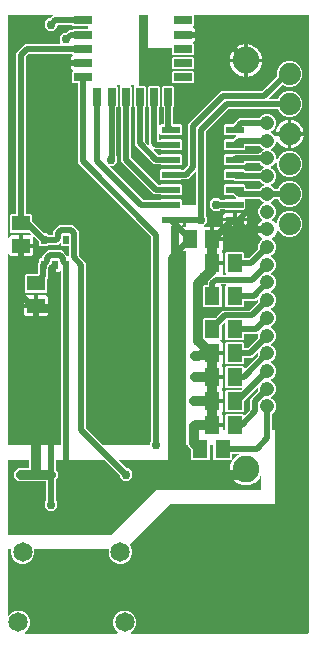
<source format=gbr>
G04 EAGLE Gerber RS-274X export*
G75*
%MOMM*%
%FSLAX34Y34*%
%LPD*%
%INBottom Copper*%
%IPPOS*%
%AMOC8*
5,1,8,0,0,1.08239X$1,22.5*%
G01*
%ADD10C,1.650000*%
%ADD11R,1.500000X0.700000*%
%ADD12R,0.700000X1.500000*%
%ADD13R,1.300000X1.500000*%
%ADD14R,1.500000X1.300000*%
%ADD15C,2.250000*%
%ADD16C,1.208000*%
%ADD17C,1.879600*%
%ADD18R,1.500000X0.600000*%
%ADD19R,0.500000X0.800000*%
%ADD20C,0.508000*%
%ADD21C,0.812800*%
%ADD22C,0.609600*%
%ADD23C,0.756400*%
%ADD24C,0.152400*%

G36*
X106929Y17792D02*
X106929Y17792D01*
X107000Y17794D01*
X107049Y17812D01*
X107101Y17820D01*
X107164Y17854D01*
X107231Y17879D01*
X107272Y17911D01*
X107318Y17936D01*
X107367Y17988D01*
X107423Y18032D01*
X107452Y18076D01*
X107487Y18114D01*
X107518Y18179D01*
X107556Y18239D01*
X107569Y18290D01*
X107591Y18337D01*
X107599Y18408D01*
X107616Y18478D01*
X107612Y18530D01*
X107618Y18581D01*
X107603Y18652D01*
X107597Y18723D01*
X107577Y18771D01*
X107566Y18822D01*
X107529Y18883D01*
X107501Y18949D01*
X107456Y19005D01*
X107440Y19033D01*
X107422Y19048D01*
X107396Y19080D01*
X104713Y21763D01*
X103225Y25356D01*
X103225Y29244D01*
X104713Y32837D01*
X107463Y35587D01*
X111056Y37075D01*
X114944Y37075D01*
X118537Y35587D01*
X121287Y32837D01*
X122775Y29244D01*
X122775Y25356D01*
X121287Y21763D01*
X118604Y19080D01*
X118562Y19022D01*
X118513Y18970D01*
X118491Y18923D01*
X118460Y18881D01*
X118439Y18812D01*
X118409Y18747D01*
X118403Y18695D01*
X118388Y18645D01*
X118390Y18574D01*
X118382Y18503D01*
X118393Y18452D01*
X118394Y18400D01*
X118419Y18332D01*
X118434Y18262D01*
X118461Y18217D01*
X118479Y18169D01*
X118524Y18113D01*
X118560Y18051D01*
X118600Y18017D01*
X118632Y17977D01*
X118693Y17938D01*
X118747Y17891D01*
X118796Y17872D01*
X118839Y17844D01*
X118909Y17826D01*
X118975Y17799D01*
X119047Y17791D01*
X119078Y17783D01*
X119101Y17785D01*
X119142Y17781D01*
X268278Y17781D01*
X268298Y17784D01*
X268317Y17782D01*
X268419Y17804D01*
X268521Y17820D01*
X268538Y17830D01*
X268558Y17834D01*
X268647Y17887D01*
X268738Y17936D01*
X268752Y17950D01*
X268769Y17960D01*
X268836Y18039D01*
X268908Y18114D01*
X268916Y18132D01*
X268929Y18147D01*
X268968Y18243D01*
X269011Y18337D01*
X269013Y18357D01*
X269021Y18375D01*
X269039Y18542D01*
X269039Y540768D01*
X269037Y540784D01*
X269038Y540799D01*
X269038Y540802D01*
X269038Y540807D01*
X269016Y540909D01*
X269000Y541011D01*
X268990Y541028D01*
X268986Y541048D01*
X268933Y541137D01*
X268884Y541228D01*
X268870Y541242D01*
X268860Y541259D01*
X268781Y541326D01*
X268706Y541398D01*
X268688Y541406D01*
X268673Y541419D01*
X268577Y541458D01*
X268483Y541501D01*
X268463Y541503D01*
X268445Y541511D01*
X268278Y541529D01*
X172386Y541529D01*
X172366Y541526D01*
X172347Y541528D01*
X172245Y541506D01*
X172143Y541490D01*
X172126Y541480D01*
X172106Y541476D01*
X172017Y541423D01*
X171926Y541374D01*
X171912Y541360D01*
X171895Y541350D01*
X171828Y541271D01*
X171756Y541196D01*
X171748Y541178D01*
X171735Y541163D01*
X171696Y541067D01*
X171653Y540973D01*
X171651Y540953D01*
X171643Y540935D01*
X171625Y540768D01*
X171625Y532768D01*
X170859Y532002D01*
X170790Y531907D01*
X170719Y531810D01*
X170717Y531806D01*
X170715Y531803D01*
X170680Y531690D01*
X170644Y531576D01*
X170644Y531571D01*
X170643Y531567D01*
X170646Y531449D01*
X170648Y531330D01*
X170649Y531326D01*
X170649Y531322D01*
X170690Y531210D01*
X170729Y531098D01*
X170732Y531094D01*
X170733Y531091D01*
X170808Y530998D01*
X170881Y530904D01*
X170885Y530901D01*
X170887Y530899D01*
X170899Y530891D01*
X171016Y530805D01*
X171660Y530433D01*
X172133Y529960D01*
X172468Y529381D01*
X172641Y528734D01*
X172641Y526423D01*
X163362Y526423D01*
X163342Y526420D01*
X163323Y526422D01*
X163221Y526400D01*
X163119Y526383D01*
X163102Y526374D01*
X163082Y526370D01*
X162993Y526317D01*
X162902Y526268D01*
X162888Y526254D01*
X162871Y526244D01*
X162804Y526165D01*
X162733Y526090D01*
X162724Y526072D01*
X162711Y526057D01*
X162672Y525961D01*
X162629Y525867D01*
X162627Y525847D01*
X162619Y525829D01*
X162601Y525662D01*
X162601Y524138D01*
X162604Y524118D01*
X162602Y524099D01*
X162624Y523997D01*
X162641Y523895D01*
X162650Y523878D01*
X162654Y523858D01*
X162707Y523769D01*
X162756Y523678D01*
X162770Y523664D01*
X162780Y523647D01*
X162859Y523580D01*
X162934Y523509D01*
X162952Y523500D01*
X162967Y523487D01*
X163063Y523448D01*
X163157Y523405D01*
X163177Y523403D01*
X163195Y523395D01*
X163362Y523377D01*
X172641Y523377D01*
X172641Y521065D01*
X172468Y520419D01*
X172133Y519840D01*
X171660Y519367D01*
X171016Y518995D01*
X170924Y518920D01*
X170831Y518846D01*
X170829Y518842D01*
X170826Y518839D01*
X170763Y518740D01*
X170698Y518639D01*
X170697Y518635D01*
X170695Y518631D01*
X170667Y518516D01*
X170638Y518400D01*
X170639Y518396D01*
X170638Y518392D01*
X170648Y518273D01*
X170657Y518155D01*
X170659Y518151D01*
X170659Y518147D01*
X170707Y518038D01*
X170754Y517929D01*
X170757Y517925D01*
X170758Y517922D01*
X170767Y517912D01*
X170859Y517798D01*
X171625Y517032D01*
X171625Y508768D01*
X170732Y507875D01*
X154468Y507875D01*
X153575Y508768D01*
X153575Y513080D01*
X153572Y513100D01*
X153574Y513119D01*
X153552Y513221D01*
X153536Y513323D01*
X153526Y513340D01*
X153522Y513360D01*
X153469Y513449D01*
X153420Y513540D01*
X153406Y513554D01*
X153396Y513571D01*
X153317Y513638D01*
X153242Y513710D01*
X153224Y513718D01*
X153209Y513731D01*
X153113Y513770D01*
X153019Y513813D01*
X152999Y513815D01*
X152981Y513823D01*
X152814Y513841D01*
X132841Y513841D01*
X132841Y540768D01*
X132839Y540784D01*
X132840Y540799D01*
X132840Y540802D01*
X132840Y540807D01*
X132818Y540909D01*
X132802Y541011D01*
X132792Y541028D01*
X132788Y541048D01*
X132735Y541137D01*
X132686Y541228D01*
X132672Y541242D01*
X132662Y541259D01*
X132583Y541326D01*
X132508Y541398D01*
X132490Y541406D01*
X132475Y541419D01*
X132379Y541458D01*
X132285Y541501D01*
X132265Y541503D01*
X132247Y541511D01*
X132080Y541529D01*
X125730Y541529D01*
X125710Y541526D01*
X125691Y541528D01*
X125589Y541506D01*
X125487Y541490D01*
X125470Y541480D01*
X125450Y541476D01*
X125361Y541423D01*
X125270Y541374D01*
X125256Y541360D01*
X125239Y541350D01*
X125172Y541271D01*
X125101Y541196D01*
X125092Y541178D01*
X125079Y541163D01*
X125040Y541067D01*
X124997Y540973D01*
X124995Y540953D01*
X124987Y540935D01*
X124969Y540768D01*
X124969Y482186D01*
X124972Y482166D01*
X124970Y482147D01*
X124992Y482045D01*
X125009Y481943D01*
X125018Y481926D01*
X125022Y481906D01*
X125075Y481817D01*
X125124Y481726D01*
X125138Y481712D01*
X125148Y481695D01*
X125227Y481628D01*
X125302Y481556D01*
X125320Y481548D01*
X125335Y481535D01*
X125431Y481496D01*
X125525Y481453D01*
X125545Y481451D01*
X125563Y481443D01*
X125730Y481425D01*
X130232Y481425D01*
X131125Y480532D01*
X131125Y464268D01*
X130388Y463531D01*
X130335Y463457D01*
X130275Y463388D01*
X130263Y463358D01*
X130244Y463332D01*
X130217Y463245D01*
X130183Y463160D01*
X130179Y463119D01*
X130172Y463097D01*
X130173Y463064D01*
X130165Y462993D01*
X130165Y434699D01*
X130179Y434609D01*
X130187Y434518D01*
X130199Y434488D01*
X130204Y434456D01*
X130247Y434376D01*
X130283Y434292D01*
X130309Y434259D01*
X130320Y434239D01*
X130343Y434217D01*
X130388Y434161D01*
X132736Y431813D01*
X132794Y431771D01*
X132846Y431721D01*
X132893Y431699D01*
X132935Y431669D01*
X133004Y431648D01*
X133069Y431618D01*
X133121Y431612D01*
X133171Y431597D01*
X133242Y431599D01*
X133313Y431591D01*
X133364Y431602D01*
X133416Y431603D01*
X133484Y431628D01*
X133554Y431643D01*
X133599Y431670D01*
X133647Y431688D01*
X133703Y431732D01*
X133765Y431769D01*
X133799Y431809D01*
X133839Y431841D01*
X133878Y431902D01*
X133925Y431956D01*
X133944Y432004D01*
X133972Y432048D01*
X133990Y432118D01*
X134017Y432184D01*
X134025Y432256D01*
X134033Y432287D01*
X134031Y432310D01*
X134035Y432351D01*
X134035Y462993D01*
X134021Y463083D01*
X134013Y463174D01*
X134001Y463204D01*
X133996Y463236D01*
X133953Y463317D01*
X133917Y463400D01*
X133891Y463433D01*
X133880Y463453D01*
X133857Y463475D01*
X133812Y463531D01*
X133075Y464268D01*
X133075Y480532D01*
X133968Y481425D01*
X142232Y481425D01*
X143125Y480532D01*
X143125Y464268D01*
X142388Y463531D01*
X142335Y463457D01*
X142275Y463388D01*
X142263Y463358D01*
X142244Y463332D01*
X142217Y463245D01*
X142183Y463160D01*
X142179Y463119D01*
X142172Y463097D01*
X142173Y463064D01*
X142165Y462993D01*
X142165Y448759D01*
X142176Y448688D01*
X142178Y448616D01*
X142196Y448567D01*
X142204Y448516D01*
X142238Y448453D01*
X142263Y448385D01*
X142295Y448345D01*
X142320Y448299D01*
X142372Y448249D01*
X142416Y448193D01*
X142460Y448165D01*
X142498Y448129D01*
X142563Y448099D01*
X142623Y448060D01*
X142674Y448048D01*
X142721Y448026D01*
X142792Y448018D01*
X142862Y448000D01*
X142914Y448004D01*
X142965Y447999D01*
X143036Y448014D01*
X143107Y448019D01*
X143155Y448040D01*
X143206Y448051D01*
X143267Y448088D01*
X143333Y448116D01*
X143389Y448161D01*
X143417Y448177D01*
X143432Y448195D01*
X143464Y448221D01*
X144268Y449025D01*
X145274Y449025D01*
X145294Y449028D01*
X145313Y449026D01*
X145415Y449048D01*
X145517Y449064D01*
X145534Y449074D01*
X145554Y449078D01*
X145643Y449131D01*
X145734Y449180D01*
X145748Y449194D01*
X145765Y449204D01*
X145832Y449283D01*
X145904Y449358D01*
X145912Y449376D01*
X145925Y449391D01*
X145964Y449487D01*
X146007Y449581D01*
X146009Y449601D01*
X146017Y449619D01*
X146035Y449786D01*
X146035Y462993D01*
X146021Y463083D01*
X146013Y463174D01*
X146001Y463204D01*
X145996Y463236D01*
X145953Y463317D01*
X145917Y463400D01*
X145891Y463433D01*
X145880Y463453D01*
X145857Y463475D01*
X145812Y463531D01*
X145075Y464268D01*
X145075Y480532D01*
X145968Y481425D01*
X154232Y481425D01*
X155125Y480532D01*
X155125Y464268D01*
X154388Y463531D01*
X154335Y463457D01*
X154275Y463388D01*
X154263Y463358D01*
X154244Y463332D01*
X154217Y463245D01*
X154183Y463160D01*
X154179Y463119D01*
X154172Y463097D01*
X154173Y463064D01*
X154165Y462993D01*
X154165Y449786D01*
X154168Y449766D01*
X154166Y449747D01*
X154188Y449645D01*
X154204Y449543D01*
X154214Y449526D01*
X154218Y449506D01*
X154271Y449417D01*
X154320Y449326D01*
X154334Y449312D01*
X154344Y449295D01*
X154423Y449228D01*
X154498Y449156D01*
X154516Y449148D01*
X154531Y449135D01*
X154627Y449096D01*
X154721Y449053D01*
X154741Y449051D01*
X154759Y449043D01*
X154926Y449025D01*
X160532Y449025D01*
X161425Y448132D01*
X161425Y440868D01*
X160532Y439975D01*
X144268Y439975D01*
X143464Y440779D01*
X143406Y440821D01*
X143354Y440871D01*
X143307Y440893D01*
X143265Y440923D01*
X143196Y440944D01*
X143131Y440974D01*
X143079Y440980D01*
X143029Y440995D01*
X142958Y440993D01*
X142887Y441001D01*
X142836Y440990D01*
X142784Y440989D01*
X142716Y440964D01*
X142646Y440949D01*
X142601Y440922D01*
X142553Y440905D01*
X142497Y440860D01*
X142435Y440823D01*
X142401Y440783D01*
X142361Y440751D01*
X142322Y440691D01*
X142275Y440636D01*
X142256Y440588D01*
X142228Y440544D01*
X142210Y440474D01*
X142183Y440408D01*
X142175Y440337D01*
X142167Y440305D01*
X142169Y440282D01*
X142165Y440241D01*
X142165Y436626D01*
X142168Y436606D01*
X142166Y436587D01*
X142188Y436485D01*
X142204Y436383D01*
X142214Y436366D01*
X142218Y436346D01*
X142271Y436257D01*
X142320Y436166D01*
X142334Y436152D01*
X142344Y436135D01*
X142423Y436068D01*
X142498Y435996D01*
X142516Y435988D01*
X142531Y435975D01*
X142627Y435936D01*
X142721Y435893D01*
X142741Y435891D01*
X142759Y435883D01*
X142926Y435865D01*
X143493Y435865D01*
X143583Y435879D01*
X143674Y435887D01*
X143704Y435899D01*
X143736Y435904D01*
X143817Y435947D01*
X143900Y435983D01*
X143933Y436009D01*
X143953Y436020D01*
X143975Y436043D01*
X144031Y436088D01*
X144268Y436325D01*
X160532Y436325D01*
X161425Y435432D01*
X161425Y428168D01*
X160532Y427275D01*
X144268Y427275D01*
X144031Y427512D01*
X143957Y427565D01*
X143888Y427625D01*
X143858Y427637D01*
X143832Y427656D01*
X143745Y427683D01*
X143660Y427717D01*
X143619Y427721D01*
X143597Y427728D01*
X143564Y427727D01*
X143493Y427735D01*
X138651Y427735D01*
X138580Y427724D01*
X138508Y427722D01*
X138460Y427704D01*
X138408Y427696D01*
X138345Y427662D01*
X138277Y427637D01*
X138237Y427605D01*
X138191Y427580D01*
X138141Y427528D01*
X138085Y427484D01*
X138057Y427440D01*
X138021Y427402D01*
X137991Y427337D01*
X137952Y427277D01*
X137940Y427226D01*
X137918Y427179D01*
X137910Y427108D01*
X137892Y427038D01*
X137896Y426986D01*
X137891Y426935D01*
X137906Y426864D01*
X137912Y426793D01*
X137932Y426745D01*
X137943Y426694D01*
X137980Y426633D01*
X138008Y426567D01*
X138053Y426511D01*
X138069Y426483D01*
X138087Y426468D01*
X138113Y426436D01*
X141161Y423388D01*
X141235Y423335D01*
X141304Y423275D01*
X141334Y423263D01*
X141360Y423244D01*
X141448Y423217D01*
X141532Y423183D01*
X141573Y423179D01*
X141596Y423172D01*
X141628Y423173D01*
X141699Y423165D01*
X143493Y423165D01*
X143583Y423179D01*
X143674Y423187D01*
X143704Y423199D01*
X143736Y423204D01*
X143817Y423247D01*
X143900Y423283D01*
X143933Y423309D01*
X143953Y423320D01*
X143975Y423343D01*
X144031Y423388D01*
X144268Y423625D01*
X160532Y423625D01*
X161425Y422732D01*
X161425Y415468D01*
X160532Y414575D01*
X144268Y414575D01*
X144031Y414812D01*
X143957Y414865D01*
X143888Y414925D01*
X143858Y414937D01*
X143832Y414956D01*
X143745Y414983D01*
X143660Y415017D01*
X143619Y415021D01*
X143597Y415028D01*
X143564Y415027D01*
X143493Y415035D01*
X138016Y415035D01*
X122035Y431016D01*
X122035Y462993D01*
X122021Y463083D01*
X122013Y463174D01*
X122001Y463204D01*
X121996Y463236D01*
X121953Y463317D01*
X121917Y463400D01*
X121891Y463433D01*
X121880Y463453D01*
X121857Y463475D01*
X121812Y463531D01*
X121075Y464268D01*
X121075Y480532D01*
X121335Y480792D01*
X121377Y480850D01*
X121427Y480902D01*
X121449Y480949D01*
X121479Y480991D01*
X121500Y481060D01*
X121530Y481125D01*
X121536Y481177D01*
X121551Y481227D01*
X121549Y481298D01*
X121557Y481369D01*
X121546Y481420D01*
X121545Y481472D01*
X121520Y481540D01*
X121505Y481610D01*
X121478Y481654D01*
X121461Y481703D01*
X121416Y481759D01*
X121379Y481821D01*
X121339Y481855D01*
X121307Y481895D01*
X121247Y481934D01*
X121192Y481981D01*
X121144Y482000D01*
X121100Y482028D01*
X121030Y482046D01*
X120964Y482073D01*
X120893Y482081D01*
X120861Y482089D01*
X120838Y482087D01*
X120797Y482091D01*
X119403Y482091D01*
X119332Y482080D01*
X119260Y482078D01*
X119211Y482060D01*
X119160Y482052D01*
X119097Y482018D01*
X119029Y481993D01*
X118989Y481961D01*
X118943Y481936D01*
X118893Y481885D01*
X118837Y481840D01*
X118809Y481796D01*
X118773Y481758D01*
X118743Y481693D01*
X118704Y481633D01*
X118692Y481582D01*
X118670Y481535D01*
X118662Y481464D01*
X118644Y481394D01*
X118648Y481342D01*
X118643Y481291D01*
X118658Y481220D01*
X118663Y481149D01*
X118684Y481101D01*
X118695Y481050D01*
X118732Y480989D01*
X118760Y480923D01*
X118805Y480867D01*
X118821Y480839D01*
X118839Y480824D01*
X118865Y480792D01*
X119125Y480532D01*
X119125Y464268D01*
X118588Y463731D01*
X118535Y463657D01*
X118475Y463588D01*
X118463Y463558D01*
X118444Y463532D01*
X118417Y463445D01*
X118383Y463360D01*
X118379Y463319D01*
X118372Y463297D01*
X118373Y463264D01*
X118365Y463193D01*
X118365Y421099D01*
X118379Y421009D01*
X118387Y420918D01*
X118399Y420888D01*
X118404Y420856D01*
X118447Y420776D01*
X118483Y420692D01*
X118509Y420660D01*
X118520Y420639D01*
X118543Y420617D01*
X118588Y420561D01*
X141161Y397988D01*
X141235Y397935D01*
X141304Y397875D01*
X141334Y397863D01*
X141360Y397844D01*
X141447Y397817D01*
X141532Y397783D01*
X141573Y397779D01*
X141596Y397772D01*
X141628Y397773D01*
X141699Y397765D01*
X143493Y397765D01*
X143583Y397779D01*
X143674Y397787D01*
X143704Y397799D01*
X143736Y397804D01*
X143816Y397847D01*
X143900Y397883D01*
X143933Y397909D01*
X143953Y397920D01*
X143975Y397943D01*
X144031Y397988D01*
X144268Y398225D01*
X160532Y398225D01*
X161425Y397332D01*
X161425Y390068D01*
X160532Y389175D01*
X144268Y389175D01*
X144031Y389412D01*
X143957Y389466D01*
X143888Y389525D01*
X143858Y389537D01*
X143832Y389556D01*
X143745Y389583D01*
X143660Y389617D01*
X143619Y389621D01*
X143597Y389628D01*
X143564Y389627D01*
X143493Y389635D01*
X138016Y389635D01*
X110235Y417416D01*
X110235Y462793D01*
X110221Y462883D01*
X110213Y462974D01*
X110201Y463004D01*
X110196Y463036D01*
X110153Y463117D01*
X110117Y463200D01*
X110091Y463233D01*
X110080Y463253D01*
X110057Y463275D01*
X110012Y463331D01*
X109075Y464268D01*
X109075Y480532D01*
X109335Y480792D01*
X109377Y480850D01*
X109427Y480902D01*
X109449Y480949D01*
X109479Y480991D01*
X109500Y481060D01*
X109530Y481125D01*
X109536Y481177D01*
X109551Y481227D01*
X109549Y481298D01*
X109557Y481369D01*
X109546Y481420D01*
X109545Y481472D01*
X109520Y481540D01*
X109505Y481610D01*
X109478Y481654D01*
X109461Y481703D01*
X109416Y481759D01*
X109379Y481821D01*
X109339Y481855D01*
X109307Y481895D01*
X109247Y481934D01*
X109192Y481981D01*
X109144Y482000D01*
X109100Y482028D01*
X109030Y482046D01*
X108964Y482073D01*
X108893Y482081D01*
X108861Y482089D01*
X108838Y482087D01*
X108797Y482091D01*
X107403Y482091D01*
X107332Y482080D01*
X107260Y482078D01*
X107211Y482060D01*
X107160Y482052D01*
X107097Y482018D01*
X107029Y481993D01*
X106989Y481961D01*
X106943Y481936D01*
X106893Y481885D01*
X106837Y481840D01*
X106809Y481796D01*
X106773Y481758D01*
X106743Y481693D01*
X106704Y481633D01*
X106692Y481582D01*
X106670Y481535D01*
X106662Y481464D01*
X106644Y481394D01*
X106648Y481342D01*
X106643Y481291D01*
X106658Y481220D01*
X106663Y481149D01*
X106684Y481101D01*
X106695Y481050D01*
X106732Y480989D01*
X106760Y480923D01*
X106805Y480867D01*
X106821Y480839D01*
X106839Y480824D01*
X106865Y480792D01*
X107125Y480532D01*
X107125Y464268D01*
X106388Y463531D01*
X106335Y463457D01*
X106275Y463388D01*
X106263Y463358D01*
X106244Y463332D01*
X106217Y463245D01*
X106183Y463160D01*
X106179Y463119D01*
X106172Y463097D01*
X106173Y463064D01*
X106165Y462993D01*
X106165Y422355D01*
X106179Y422265D01*
X106187Y422174D01*
X106199Y422145D01*
X106204Y422113D01*
X106247Y422032D01*
X106283Y421948D01*
X106309Y421916D01*
X106320Y421895D01*
X106343Y421873D01*
X106388Y421817D01*
X106907Y421298D01*
X106907Y416902D01*
X103798Y413793D01*
X101793Y413793D01*
X101722Y413782D01*
X101650Y413780D01*
X101602Y413762D01*
X101550Y413754D01*
X101487Y413720D01*
X101419Y413695D01*
X101379Y413663D01*
X101333Y413638D01*
X101283Y413586D01*
X101227Y413542D01*
X101199Y413498D01*
X101163Y413460D01*
X101133Y413395D01*
X101094Y413335D01*
X101082Y413284D01*
X101060Y413237D01*
X101052Y413166D01*
X101034Y413096D01*
X101038Y413044D01*
X101033Y412993D01*
X101048Y412922D01*
X101054Y412851D01*
X101074Y412803D01*
X101085Y412752D01*
X101122Y412691D01*
X101150Y412625D01*
X101195Y412569D01*
X101211Y412541D01*
X101229Y412526D01*
X101255Y412494D01*
X128461Y385288D01*
X128535Y385235D01*
X128604Y385175D01*
X128634Y385163D01*
X128660Y385144D01*
X128747Y385117D01*
X128832Y385083D01*
X128873Y385079D01*
X128896Y385072D01*
X128928Y385073D01*
X128999Y385065D01*
X143493Y385065D01*
X143583Y385079D01*
X143674Y385087D01*
X143704Y385099D01*
X143736Y385104D01*
X143816Y385147D01*
X143900Y385183D01*
X143933Y385209D01*
X143953Y385220D01*
X143975Y385243D01*
X144031Y385288D01*
X144268Y385525D01*
X160532Y385525D01*
X161425Y384632D01*
X161425Y381000D01*
X161428Y380980D01*
X161426Y380961D01*
X161448Y380859D01*
X161464Y380757D01*
X161474Y380740D01*
X161478Y380720D01*
X161531Y380631D01*
X161580Y380540D01*
X161594Y380526D01*
X161604Y380509D01*
X161683Y380442D01*
X161758Y380371D01*
X161776Y380362D01*
X161791Y380349D01*
X161887Y380310D01*
X161981Y380267D01*
X162001Y380265D01*
X162019Y380257D01*
X162186Y380239D01*
X172974Y380239D01*
X172994Y380242D01*
X173013Y380240D01*
X173115Y380262D01*
X173217Y380279D01*
X173234Y380288D01*
X173254Y380292D01*
X173343Y380345D01*
X173434Y380394D01*
X173448Y380408D01*
X173465Y380418D01*
X173532Y380497D01*
X173604Y380572D01*
X173612Y380590D01*
X173625Y380605D01*
X173664Y380701D01*
X173707Y380795D01*
X173709Y380815D01*
X173717Y380833D01*
X173735Y381000D01*
X173735Y407449D01*
X173724Y407520D01*
X173722Y407592D01*
X173704Y407640D01*
X173696Y407692D01*
X173662Y407755D01*
X173637Y407823D01*
X173605Y407863D01*
X173580Y407909D01*
X173528Y407959D01*
X173484Y408015D01*
X173440Y408043D01*
X173402Y408079D01*
X173337Y408109D01*
X173277Y408148D01*
X173226Y408160D01*
X173179Y408182D01*
X173108Y408190D01*
X173038Y408208D01*
X172986Y408204D01*
X172935Y408209D01*
X172864Y408194D01*
X172793Y408188D01*
X172745Y408168D01*
X172694Y408157D01*
X172633Y408120D01*
X172567Y408092D01*
X172511Y408047D01*
X172483Y408031D01*
X172468Y408013D01*
X172436Y407987D01*
X169388Y404939D01*
X166784Y402335D01*
X161307Y402335D01*
X161217Y402321D01*
X161126Y402313D01*
X161096Y402301D01*
X161064Y402296D01*
X160983Y402253D01*
X160900Y402217D01*
X160867Y402191D01*
X160847Y402180D01*
X160825Y402157D01*
X160769Y402112D01*
X160532Y401875D01*
X144268Y401875D01*
X143375Y402768D01*
X143375Y410032D01*
X144268Y410925D01*
X160532Y410925D01*
X160769Y410688D01*
X160843Y410635D01*
X160912Y410575D01*
X160942Y410563D01*
X160968Y410544D01*
X161055Y410517D01*
X161140Y410483D01*
X161181Y410479D01*
X161203Y410472D01*
X161236Y410473D01*
X161307Y410465D01*
X163101Y410465D01*
X163191Y410479D01*
X163282Y410487D01*
X163312Y410499D01*
X163344Y410504D01*
X163424Y410547D01*
X163508Y410583D01*
X163540Y410609D01*
X163561Y410620D01*
X163583Y410643D01*
X163639Y410688D01*
X166908Y413957D01*
X166961Y414031D01*
X167021Y414100D01*
X167033Y414130D01*
X167052Y414156D01*
X167079Y414243D01*
X167113Y414328D01*
X167117Y414369D01*
X167124Y414392D01*
X167123Y414424D01*
X167131Y414495D01*
X167131Y448919D01*
X194971Y476759D01*
X229395Y476759D01*
X229485Y476773D01*
X229576Y476781D01*
X229606Y476793D01*
X229638Y476798D01*
X229718Y476841D01*
X229802Y476877D01*
X229834Y476903D01*
X229855Y476914D01*
X229877Y476937D01*
X229933Y476982D01*
X241584Y488633D01*
X241637Y488707D01*
X241697Y488776D01*
X241709Y488806D01*
X241728Y488832D01*
X241755Y488919D01*
X241789Y489004D01*
X241793Y489045D01*
X241800Y489067D01*
X241799Y489100D01*
X241807Y489171D01*
X241807Y493663D01*
X243470Y497677D01*
X246543Y500750D01*
X250557Y502413D01*
X254903Y502413D01*
X258917Y500750D01*
X261990Y497677D01*
X263653Y493663D01*
X263653Y489317D01*
X261990Y485303D01*
X258917Y482230D01*
X254903Y480567D01*
X250557Y480567D01*
X247109Y481996D01*
X246995Y482022D01*
X246882Y482051D01*
X246875Y482050D01*
X246869Y482052D01*
X246753Y482041D01*
X246636Y482032D01*
X246631Y482029D01*
X246624Y482029D01*
X246517Y481981D01*
X246410Y481936D01*
X246404Y481931D01*
X246400Y481929D01*
X246386Y481916D01*
X246279Y481831D01*
X235903Y471454D01*
X235861Y471396D01*
X235811Y471344D01*
X235789Y471297D01*
X235759Y471255D01*
X235738Y471186D01*
X235708Y471121D01*
X235702Y471069D01*
X235687Y471019D01*
X235689Y470948D01*
X235681Y470877D01*
X235692Y470826D01*
X235693Y470774D01*
X235718Y470706D01*
X235733Y470636D01*
X235760Y470592D01*
X235778Y470543D01*
X235822Y470487D01*
X235859Y470425D01*
X235899Y470391D01*
X235931Y470351D01*
X235992Y470312D01*
X236046Y470265D01*
X236094Y470246D01*
X236138Y470218D01*
X236208Y470200D01*
X236274Y470173D01*
X236346Y470165D01*
X236377Y470157D01*
X236400Y470159D01*
X236441Y470155D01*
X242082Y470155D01*
X242197Y470174D01*
X242313Y470191D01*
X242319Y470193D01*
X242325Y470194D01*
X242428Y470249D01*
X242533Y470302D01*
X242537Y470307D01*
X242542Y470310D01*
X242622Y470394D01*
X242705Y470478D01*
X242708Y470484D01*
X242712Y470488D01*
X242720Y470505D01*
X242786Y470625D01*
X243470Y472277D01*
X246543Y475350D01*
X250557Y477013D01*
X254903Y477013D01*
X258917Y475350D01*
X261990Y472277D01*
X263653Y468263D01*
X263653Y463917D01*
X261990Y459903D01*
X258917Y456830D01*
X254903Y455167D01*
X250557Y455167D01*
X246543Y456830D01*
X243470Y459903D01*
X242786Y461555D01*
X242724Y461655D01*
X242664Y461755D01*
X242659Y461759D01*
X242656Y461764D01*
X242566Y461839D01*
X242477Y461915D01*
X242471Y461917D01*
X242467Y461921D01*
X242358Y461963D01*
X242249Y462007D01*
X242241Y462008D01*
X242237Y462009D01*
X242219Y462010D01*
X242082Y462025D01*
X201389Y462025D01*
X201299Y462011D01*
X201208Y462003D01*
X201178Y461991D01*
X201146Y461986D01*
X201066Y461943D01*
X200982Y461907D01*
X200950Y461881D01*
X200929Y461870D01*
X200907Y461847D01*
X200851Y461802D01*
X182088Y443039D01*
X182035Y442965D01*
X181975Y442896D01*
X181963Y442866D01*
X181944Y442840D01*
X181917Y442753D01*
X181883Y442668D01*
X181879Y442627D01*
X181872Y442604D01*
X181873Y442572D01*
X181865Y442501D01*
X181865Y372055D01*
X181879Y371965D01*
X181887Y371874D01*
X181899Y371845D01*
X181904Y371813D01*
X181947Y371732D01*
X181983Y371648D01*
X182009Y371616D01*
X182020Y371595D01*
X182043Y371573D01*
X182088Y371517D01*
X183107Y370498D01*
X183107Y366102D01*
X180135Y363130D01*
X180093Y363072D01*
X180044Y363020D01*
X180022Y362973D01*
X179992Y362931D01*
X179970Y362862D01*
X179940Y362797D01*
X179935Y362745D01*
X179919Y362695D01*
X179921Y362624D01*
X179913Y362553D01*
X179924Y362502D01*
X179926Y362450D01*
X179950Y362382D01*
X179965Y362312D01*
X179992Y362267D01*
X180010Y362219D01*
X180055Y362163D01*
X180092Y362101D01*
X180131Y362067D01*
X180164Y362027D01*
X180224Y361988D01*
X180279Y361941D01*
X180327Y361922D01*
X180371Y361894D01*
X180440Y361876D01*
X180507Y361849D01*
X180578Y361841D01*
X180609Y361833D01*
X180632Y361835D01*
X180673Y361831D01*
X185777Y361831D01*
X185777Y352552D01*
X185780Y352532D01*
X185778Y352513D01*
X185800Y352411D01*
X185817Y352309D01*
X185826Y352292D01*
X185830Y352272D01*
X185883Y352183D01*
X185932Y352092D01*
X185946Y352078D01*
X185956Y352061D01*
X186035Y351994D01*
X186110Y351923D01*
X186128Y351914D01*
X186143Y351901D01*
X186239Y351862D01*
X186333Y351819D01*
X186353Y351817D01*
X186371Y351809D01*
X186538Y351791D01*
X187301Y351791D01*
X187301Y351789D01*
X186538Y351789D01*
X186518Y351786D01*
X186499Y351788D01*
X186397Y351766D01*
X186295Y351749D01*
X186278Y351740D01*
X186258Y351736D01*
X186169Y351683D01*
X186078Y351634D01*
X186064Y351620D01*
X186047Y351610D01*
X185980Y351531D01*
X185909Y351456D01*
X185900Y351438D01*
X185887Y351423D01*
X185848Y351327D01*
X185805Y351233D01*
X185803Y351213D01*
X185795Y351195D01*
X185777Y351028D01*
X185777Y342272D01*
X185780Y342252D01*
X185778Y342233D01*
X185800Y342131D01*
X185817Y342029D01*
X185826Y342012D01*
X185827Y342007D01*
X185827Y332232D01*
X185830Y332212D01*
X185828Y332193D01*
X185850Y332091D01*
X185867Y331989D01*
X185876Y331972D01*
X185880Y331952D01*
X185933Y331863D01*
X185982Y331772D01*
X185996Y331758D01*
X186006Y331741D01*
X186085Y331674D01*
X186160Y331603D01*
X186178Y331594D01*
X186193Y331581D01*
X186289Y331542D01*
X186383Y331499D01*
X186403Y331497D01*
X186421Y331489D01*
X186588Y331471D01*
X187351Y331471D01*
X187351Y331469D01*
X186588Y331469D01*
X186568Y331466D01*
X186549Y331468D01*
X186447Y331446D01*
X186345Y331429D01*
X186328Y331420D01*
X186308Y331416D01*
X186219Y331363D01*
X186128Y331314D01*
X186114Y331300D01*
X186097Y331290D01*
X186030Y331211D01*
X185959Y331136D01*
X185950Y331118D01*
X185937Y331103D01*
X185898Y331007D01*
X185855Y330913D01*
X185853Y330893D01*
X185845Y330875D01*
X185827Y330708D01*
X185827Y321429D01*
X180516Y321429D01*
X179869Y321602D01*
X179290Y321937D01*
X178817Y322410D01*
X178459Y323029D01*
X178429Y323067D01*
X178406Y323109D01*
X178352Y323161D01*
X178304Y323220D01*
X178263Y323245D01*
X178228Y323278D01*
X178159Y323310D01*
X178095Y323351D01*
X178049Y323362D01*
X178005Y323382D01*
X177930Y323390D01*
X177856Y323408D01*
X177808Y323404D01*
X177761Y323409D01*
X177686Y323393D01*
X177611Y323386D01*
X177567Y323367D01*
X177520Y323357D01*
X177455Y323318D01*
X177386Y323287D01*
X177350Y323255D01*
X177309Y323231D01*
X177260Y323173D01*
X177204Y323122D01*
X177180Y323080D01*
X177149Y323044D01*
X177121Y322973D01*
X177084Y322907D01*
X177075Y322860D01*
X177057Y322816D01*
X177043Y322687D01*
X177039Y322665D01*
X177040Y322659D01*
X177039Y322649D01*
X177039Y264091D01*
X177047Y264044D01*
X177045Y263996D01*
X177066Y263923D01*
X177079Y263848D01*
X177101Y263806D01*
X177115Y263760D01*
X177158Y263698D01*
X177194Y263631D01*
X177228Y263598D01*
X177256Y263559D01*
X177317Y263514D01*
X177372Y263462D01*
X177415Y263441D01*
X177454Y263413D01*
X177526Y263390D01*
X177595Y263358D01*
X177643Y263353D01*
X177688Y263338D01*
X177764Y263339D01*
X177839Y263331D01*
X177886Y263341D01*
X177934Y263342D01*
X178006Y263367D01*
X178080Y263383D01*
X178121Y263408D01*
X178166Y263424D01*
X178226Y263471D01*
X178291Y263509D01*
X178322Y263546D01*
X178360Y263575D01*
X178436Y263679D01*
X178451Y263696D01*
X178453Y263703D01*
X178459Y263711D01*
X178817Y264330D01*
X179290Y264803D01*
X179869Y265138D01*
X179997Y265172D01*
X180084Y265211D01*
X180173Y265244D01*
X180195Y265261D01*
X180221Y265273D01*
X180291Y265338D01*
X180366Y265397D01*
X180381Y265421D01*
X180401Y265440D01*
X180447Y265524D01*
X180499Y265604D01*
X180505Y265632D01*
X180519Y265657D01*
X180535Y265750D01*
X180559Y265843D01*
X180556Y265871D01*
X180561Y265899D01*
X180547Y265993D01*
X180539Y266088D01*
X180528Y266114D01*
X180524Y266142D01*
X180480Y266227D01*
X180443Y266314D01*
X180421Y266342D01*
X180411Y266361D01*
X180388Y266383D01*
X180338Y266445D01*
X179325Y267458D01*
X179325Y283722D01*
X180218Y284615D01*
X189651Y284615D01*
X189741Y284629D01*
X189832Y284637D01*
X189862Y284649D01*
X189894Y284654D01*
X189974Y284697D01*
X190058Y284733D01*
X190090Y284759D01*
X190111Y284770D01*
X190133Y284793D01*
X190189Y284838D01*
X191498Y286147D01*
X191551Y286221D01*
X191611Y286290D01*
X191623Y286320D01*
X191642Y286346D01*
X191656Y286391D01*
X196483Y291219D01*
X218955Y291219D01*
X219045Y291233D01*
X219136Y291241D01*
X219166Y291253D01*
X219198Y291258D01*
X219278Y291301D01*
X219362Y291337D01*
X219394Y291363D01*
X219415Y291374D01*
X219437Y291397D01*
X219493Y291442D01*
X226012Y297961D01*
X226065Y298035D01*
X226125Y298104D01*
X226137Y298134D01*
X226156Y298160D01*
X226183Y298247D01*
X226217Y298332D01*
X226221Y298373D01*
X226228Y298396D01*
X226227Y298428D01*
X226235Y298499D01*
X226235Y299849D01*
X226224Y299920D01*
X226222Y299992D01*
X226204Y300040D01*
X226196Y300092D01*
X226162Y300155D01*
X226137Y300223D01*
X226105Y300263D01*
X226080Y300309D01*
X226028Y300359D01*
X225984Y300415D01*
X225940Y300443D01*
X225902Y300479D01*
X225837Y300509D01*
X225777Y300548D01*
X225726Y300560D01*
X225679Y300582D01*
X225608Y300590D01*
X225538Y300608D01*
X225486Y300604D01*
X225435Y300609D01*
X225364Y300594D01*
X225293Y300588D01*
X225245Y300568D01*
X225194Y300557D01*
X225133Y300520D01*
X225067Y300492D01*
X225011Y300447D01*
X224983Y300431D01*
X224968Y300413D01*
X224936Y300387D01*
X224014Y299465D01*
X215136Y299465D01*
X215116Y299462D01*
X215097Y299464D01*
X214995Y299442D01*
X214893Y299426D01*
X214876Y299416D01*
X214856Y299412D01*
X214767Y299359D01*
X214676Y299310D01*
X214662Y299296D01*
X214645Y299286D01*
X214578Y299207D01*
X214506Y299132D01*
X214498Y299114D01*
X214485Y299099D01*
X214446Y299003D01*
X214403Y298909D01*
X214401Y298889D01*
X214393Y298871D01*
X214375Y298704D01*
X214375Y295398D01*
X213482Y294505D01*
X199218Y294505D01*
X198325Y295398D01*
X198325Y311662D01*
X198799Y312136D01*
X198841Y312194D01*
X198891Y312246D01*
X198913Y312293D01*
X198943Y312335D01*
X198964Y312404D01*
X198994Y312469D01*
X199000Y312521D01*
X199015Y312571D01*
X199013Y312642D01*
X199021Y312713D01*
X199010Y312764D01*
X199009Y312816D01*
X198984Y312884D01*
X198969Y312954D01*
X198942Y312999D01*
X198925Y313047D01*
X198880Y313103D01*
X198843Y313165D01*
X198803Y313199D01*
X198771Y313239D01*
X198711Y313278D01*
X198656Y313325D01*
X198608Y313344D01*
X198564Y313372D01*
X198494Y313390D01*
X198428Y313417D01*
X198357Y313425D01*
X198325Y313433D01*
X198302Y313431D01*
X198261Y313435D01*
X195439Y313435D01*
X195368Y313424D01*
X195296Y313422D01*
X195247Y313404D01*
X195196Y313396D01*
X195133Y313362D01*
X195065Y313337D01*
X195025Y313305D01*
X194979Y313280D01*
X194929Y313228D01*
X194873Y313184D01*
X194845Y313140D01*
X194809Y313102D01*
X194779Y313037D01*
X194740Y312977D01*
X194728Y312926D01*
X194706Y312879D01*
X194698Y312808D01*
X194680Y312738D01*
X194684Y312686D01*
X194679Y312635D01*
X194694Y312564D01*
X194699Y312493D01*
X194720Y312445D01*
X194731Y312394D01*
X194768Y312333D01*
X194796Y312267D01*
X194841Y312211D01*
X194857Y312183D01*
X194875Y312168D01*
X194901Y312136D01*
X195375Y311662D01*
X195375Y295398D01*
X194482Y294505D01*
X180218Y294505D01*
X179325Y295398D01*
X179325Y311662D01*
X180218Y312555D01*
X182524Y312555D01*
X182544Y312558D01*
X182563Y312556D01*
X182665Y312578D01*
X182767Y312594D01*
X182784Y312604D01*
X182804Y312608D01*
X182893Y312661D01*
X182984Y312710D01*
X182998Y312724D01*
X183015Y312734D01*
X183082Y312813D01*
X183154Y312888D01*
X183162Y312906D01*
X183175Y312921D01*
X183214Y313017D01*
X183257Y313111D01*
X183259Y313131D01*
X183267Y313149D01*
X183285Y313316D01*
X183285Y316034D01*
X188650Y321399D01*
X188703Y321473D01*
X188763Y321542D01*
X188775Y321572D01*
X188794Y321598D01*
X188821Y321685D01*
X188855Y321770D01*
X188859Y321811D01*
X188866Y321833D01*
X188865Y321866D01*
X188873Y321937D01*
X188873Y329947D01*
X196391Y329947D01*
X196391Y323636D01*
X196218Y322989D01*
X196054Y322707D01*
X196021Y322617D01*
X195980Y322531D01*
X195977Y322503D01*
X195967Y322477D01*
X195964Y322381D01*
X195953Y322287D01*
X195959Y322259D01*
X195958Y322231D01*
X195985Y322139D01*
X196006Y322046D01*
X196020Y322022D01*
X196028Y321995D01*
X196083Y321917D01*
X196132Y321835D01*
X196153Y321817D01*
X196169Y321794D01*
X196246Y321737D01*
X196319Y321675D01*
X196345Y321665D01*
X196368Y321648D01*
X196458Y321619D01*
X196547Y321583D01*
X196582Y321579D01*
X196602Y321573D01*
X196635Y321573D01*
X196714Y321565D01*
X198261Y321565D01*
X198332Y321576D01*
X198404Y321578D01*
X198453Y321596D01*
X198504Y321604D01*
X198567Y321638D01*
X198635Y321663D01*
X198675Y321695D01*
X198721Y321720D01*
X198771Y321772D01*
X198827Y321816D01*
X198855Y321860D01*
X198891Y321898D01*
X198921Y321963D01*
X198960Y322023D01*
X198972Y322074D01*
X198994Y322121D01*
X199002Y322192D01*
X199020Y322262D01*
X199016Y322314D01*
X199021Y322365D01*
X199006Y322436D01*
X199001Y322507D01*
X198980Y322555D01*
X198969Y322606D01*
X198932Y322667D01*
X198904Y322733D01*
X198859Y322789D01*
X198843Y322817D01*
X198825Y322832D01*
X198799Y322864D01*
X198325Y323338D01*
X198325Y339602D01*
X199218Y340495D01*
X213482Y340495D01*
X214375Y339602D01*
X214375Y336296D01*
X214378Y336276D01*
X214376Y336257D01*
X214398Y336155D01*
X214414Y336053D01*
X214424Y336036D01*
X214428Y336016D01*
X214481Y335927D01*
X214530Y335836D01*
X214544Y335822D01*
X214554Y335805D01*
X214633Y335738D01*
X214708Y335666D01*
X214726Y335658D01*
X214741Y335645D01*
X214837Y335606D01*
X214931Y335563D01*
X214951Y335561D01*
X214969Y335553D01*
X215136Y335535D01*
X218271Y335535D01*
X218361Y335549D01*
X218452Y335557D01*
X218482Y335569D01*
X218514Y335574D01*
X218594Y335617D01*
X218678Y335653D01*
X218710Y335679D01*
X218731Y335690D01*
X218753Y335713D01*
X218809Y335758D01*
X226012Y342961D01*
X226065Y343035D01*
X226125Y343104D01*
X226137Y343134D01*
X226156Y343160D01*
X226183Y343247D01*
X226217Y343332D01*
X226221Y343373D01*
X226228Y343396D01*
X226227Y343428D01*
X226235Y343499D01*
X226235Y346505D01*
X227387Y349285D01*
X229537Y351435D01*
X229579Y351494D01*
X229624Y351541D01*
X229633Y351561D01*
X229652Y351583D01*
X229663Y351611D01*
X229680Y351634D01*
X229705Y351715D01*
X229728Y351764D01*
X229730Y351780D01*
X229742Y351812D01*
X229744Y351841D01*
X229752Y351869D01*
X229750Y351964D01*
X229755Y352009D01*
X229753Y352019D01*
X229755Y352058D01*
X229747Y352086D01*
X229746Y352115D01*
X229714Y352204D01*
X229709Y352220D01*
X229703Y352249D01*
X229699Y352255D01*
X229688Y352295D01*
X229672Y352319D01*
X229662Y352346D01*
X229603Y352420D01*
X229587Y352443D01*
X229577Y352460D01*
X229573Y352464D01*
X229550Y352498D01*
X229521Y352522D01*
X229508Y352538D01*
X229480Y352556D01*
X229421Y352606D01*
X228330Y353335D01*
X227135Y354530D01*
X226196Y355935D01*
X225549Y357497D01*
X225354Y358477D01*
X233038Y358477D01*
X233058Y358480D01*
X233077Y358478D01*
X233179Y358500D01*
X233281Y358517D01*
X233298Y358526D01*
X233318Y358530D01*
X233407Y358583D01*
X233498Y358632D01*
X233512Y358646D01*
X233529Y358656D01*
X233596Y358735D01*
X233667Y358810D01*
X233676Y358828D01*
X233689Y358843D01*
X233727Y358939D01*
X233771Y359033D01*
X233773Y359053D01*
X233781Y359071D01*
X233799Y359238D01*
X233799Y360762D01*
X233796Y360782D01*
X233798Y360801D01*
X233776Y360903D01*
X233759Y361005D01*
X233750Y361022D01*
X233746Y361042D01*
X233693Y361131D01*
X233644Y361222D01*
X233630Y361236D01*
X233620Y361253D01*
X233541Y361320D01*
X233466Y361391D01*
X233448Y361400D01*
X233433Y361413D01*
X233337Y361452D01*
X233243Y361495D01*
X233223Y361497D01*
X233205Y361505D01*
X233038Y361523D01*
X225354Y361523D01*
X225549Y362503D01*
X226196Y364065D01*
X227135Y365470D01*
X228330Y366665D01*
X229421Y367394D01*
X229490Y367459D01*
X229564Y367517D01*
X229580Y367542D01*
X229601Y367562D01*
X229646Y367645D01*
X229697Y367724D01*
X229704Y367753D01*
X229718Y367778D01*
X229734Y367871D01*
X229757Y367963D01*
X229754Y367992D01*
X229759Y368021D01*
X229745Y368114D01*
X229738Y368208D01*
X229726Y368235D01*
X229722Y368264D01*
X229678Y368348D01*
X229641Y368434D01*
X229618Y368463D01*
X229608Y368482D01*
X229585Y368505D01*
X229537Y368565D01*
X227387Y370715D01*
X226235Y373495D01*
X226235Y376505D01*
X227387Y379285D01*
X229515Y381413D01*
X230441Y381797D01*
X230502Y381834D01*
X230568Y381864D01*
X230606Y381899D01*
X230650Y381926D01*
X230696Y381981D01*
X230749Y382030D01*
X230774Y382076D01*
X230807Y382116D01*
X230833Y382183D01*
X230867Y382246D01*
X230877Y382297D01*
X230895Y382345D01*
X230898Y382417D01*
X230911Y382488D01*
X230903Y382539D01*
X230906Y382591D01*
X230886Y382660D01*
X230875Y382731D01*
X230852Y382777D01*
X230837Y382827D01*
X230796Y382886D01*
X230764Y382950D01*
X230726Y382987D01*
X230697Y383029D01*
X230639Y383072D01*
X230588Y383122D01*
X230525Y383157D01*
X230499Y383176D01*
X230477Y383183D01*
X230441Y383203D01*
X229515Y383587D01*
X227390Y385712D01*
X227316Y385765D01*
X227246Y385825D01*
X227216Y385837D01*
X227190Y385856D01*
X227103Y385883D01*
X227018Y385917D01*
X226977Y385921D01*
X226955Y385928D01*
X226923Y385927D01*
X226851Y385935D01*
X215959Y385935D01*
X215888Y385924D01*
X215816Y385922D01*
X215767Y385904D01*
X215716Y385896D01*
X215653Y385862D01*
X215585Y385837D01*
X215545Y385805D01*
X215499Y385780D01*
X215449Y385729D01*
X215393Y385684D01*
X215365Y385640D01*
X215329Y385602D01*
X215299Y385537D01*
X215260Y385477D01*
X215248Y385426D01*
X215226Y385379D01*
X215218Y385308D01*
X215200Y385238D01*
X215204Y385186D01*
X215199Y385135D01*
X215214Y385064D01*
X215219Y384993D01*
X215240Y384945D01*
X215251Y384894D01*
X215288Y384833D01*
X215316Y384767D01*
X215361Y384711D01*
X215377Y384683D01*
X215395Y384668D01*
X215421Y384636D01*
X215425Y384632D01*
X215425Y377368D01*
X214532Y376475D01*
X198268Y376475D01*
X198031Y376712D01*
X197957Y376765D01*
X197888Y376825D01*
X197858Y376837D01*
X197832Y376856D01*
X197745Y376883D01*
X197660Y376917D01*
X197619Y376921D01*
X197597Y376928D01*
X197564Y376927D01*
X197493Y376935D01*
X194255Y376935D01*
X194165Y376921D01*
X194074Y376913D01*
X194045Y376901D01*
X194013Y376896D01*
X193932Y376853D01*
X193848Y376817D01*
X193816Y376791D01*
X193795Y376780D01*
X193773Y376757D01*
X193717Y376712D01*
X192698Y375693D01*
X188302Y375693D01*
X185193Y378802D01*
X185193Y383198D01*
X188302Y386307D01*
X192698Y386307D01*
X193717Y385288D01*
X193791Y385235D01*
X193861Y385175D01*
X193891Y385163D01*
X193917Y385144D01*
X194004Y385117D01*
X194089Y385083D01*
X194130Y385079D01*
X194152Y385072D01*
X194184Y385073D01*
X194255Y385065D01*
X197493Y385065D01*
X197583Y385079D01*
X197674Y385087D01*
X197704Y385099D01*
X197736Y385104D01*
X197817Y385147D01*
X197900Y385183D01*
X197933Y385209D01*
X197953Y385220D01*
X197975Y385243D01*
X198031Y385288D01*
X198268Y385525D01*
X206989Y385525D01*
X207060Y385536D01*
X207132Y385538D01*
X207181Y385556D01*
X207232Y385564D01*
X207295Y385598D01*
X207363Y385623D01*
X207403Y385655D01*
X207449Y385680D01*
X207499Y385731D01*
X207555Y385776D01*
X207583Y385820D01*
X207619Y385858D01*
X207649Y385923D01*
X207688Y385983D01*
X207700Y386034D01*
X207722Y386081D01*
X207730Y386152D01*
X207748Y386222D01*
X207744Y386274D01*
X207749Y386325D01*
X207734Y386396D01*
X207728Y386467D01*
X207708Y386515D01*
X207697Y386566D01*
X207660Y386627D01*
X207632Y386693D01*
X207587Y386749D01*
X207571Y386777D01*
X207553Y386792D01*
X207527Y386824D01*
X205399Y388952D01*
X205325Y389005D01*
X205256Y389065D01*
X205226Y389077D01*
X205200Y389096D01*
X205113Y389123D01*
X205028Y389157D01*
X204987Y389161D01*
X204965Y389168D01*
X204932Y389167D01*
X204861Y389175D01*
X198268Y389175D01*
X197375Y390068D01*
X197375Y397332D01*
X198268Y398225D01*
X214532Y398225D01*
X215425Y397332D01*
X215425Y394826D01*
X215428Y394806D01*
X215426Y394787D01*
X215448Y394685D01*
X215464Y394583D01*
X215474Y394566D01*
X215478Y394546D01*
X215531Y394457D01*
X215580Y394366D01*
X215594Y394352D01*
X215604Y394335D01*
X215683Y394268D01*
X215758Y394196D01*
X215776Y394188D01*
X215791Y394175D01*
X215887Y394136D01*
X215981Y394093D01*
X216001Y394091D01*
X216019Y394083D01*
X216186Y394065D01*
X226851Y394065D01*
X226941Y394079D01*
X227032Y394087D01*
X227062Y394099D01*
X227094Y394104D01*
X227175Y394147D01*
X227259Y394183D01*
X227291Y394209D01*
X227311Y394220D01*
X227334Y394243D01*
X227390Y394288D01*
X229515Y396413D01*
X230441Y396797D01*
X230502Y396834D01*
X230568Y396864D01*
X230606Y396899D01*
X230650Y396926D01*
X230696Y396981D01*
X230749Y397030D01*
X230774Y397076D01*
X230807Y397116D01*
X230833Y397183D01*
X230867Y397246D01*
X230877Y397297D01*
X230895Y397345D01*
X230898Y397417D01*
X230911Y397488D01*
X230903Y397539D01*
X230906Y397591D01*
X230886Y397660D01*
X230875Y397731D01*
X230852Y397777D01*
X230837Y397827D01*
X230796Y397886D01*
X230764Y397950D01*
X230726Y397987D01*
X230697Y398029D01*
X230639Y398072D01*
X230588Y398122D01*
X230525Y398157D01*
X230499Y398176D01*
X230477Y398183D01*
X230441Y398203D01*
X229515Y398587D01*
X227390Y400712D01*
X227316Y400765D01*
X227246Y400825D01*
X227216Y400837D01*
X227190Y400856D01*
X227103Y400883D01*
X227018Y400917D01*
X226977Y400921D01*
X226955Y400928D01*
X226923Y400927D01*
X226851Y400935D01*
X206116Y400935D01*
X205399Y401652D01*
X205325Y401705D01*
X205256Y401765D01*
X205226Y401777D01*
X205200Y401796D01*
X205113Y401823D01*
X205028Y401857D01*
X204987Y401861D01*
X204964Y401868D01*
X204932Y401867D01*
X204861Y401875D01*
X198268Y401875D01*
X197375Y402768D01*
X197375Y410032D01*
X198268Y410925D01*
X214532Y410925D01*
X215425Y410032D01*
X215425Y409826D01*
X215428Y409806D01*
X215426Y409787D01*
X215448Y409685D01*
X215464Y409583D01*
X215474Y409566D01*
X215478Y409546D01*
X215531Y409457D01*
X215580Y409366D01*
X215594Y409352D01*
X215604Y409335D01*
X215683Y409268D01*
X215758Y409196D01*
X215776Y409188D01*
X215791Y409175D01*
X215887Y409136D01*
X215981Y409093D01*
X216001Y409091D01*
X216019Y409083D01*
X216186Y409065D01*
X226851Y409065D01*
X226941Y409079D01*
X227032Y409087D01*
X227062Y409099D01*
X227094Y409104D01*
X227175Y409147D01*
X227259Y409183D01*
X227291Y409209D01*
X227311Y409220D01*
X227334Y409243D01*
X227390Y409288D01*
X229515Y411413D01*
X230441Y411797D01*
X230502Y411834D01*
X230568Y411864D01*
X230606Y411899D01*
X230650Y411926D01*
X230696Y411982D01*
X230749Y412030D01*
X230774Y412076D01*
X230807Y412116D01*
X230833Y412183D01*
X230867Y412246D01*
X230877Y412297D01*
X230895Y412345D01*
X230898Y412417D01*
X230911Y412488D01*
X230903Y412539D01*
X230906Y412591D01*
X230886Y412660D01*
X230875Y412731D01*
X230852Y412777D01*
X230837Y412827D01*
X230796Y412886D01*
X230764Y412950D01*
X230726Y412987D01*
X230697Y413029D01*
X230639Y413072D01*
X230588Y413122D01*
X230525Y413157D01*
X230499Y413176D01*
X230477Y413183D01*
X230441Y413203D01*
X229515Y413587D01*
X227390Y415712D01*
X227316Y415765D01*
X227246Y415825D01*
X227216Y415837D01*
X227190Y415856D01*
X227103Y415883D01*
X227018Y415917D01*
X226977Y415921D01*
X226955Y415928D01*
X226923Y415927D01*
X226851Y415935D01*
X216186Y415935D01*
X216166Y415932D01*
X216147Y415934D01*
X216045Y415912D01*
X215943Y415896D01*
X215926Y415886D01*
X215906Y415882D01*
X215817Y415829D01*
X215726Y415780D01*
X215712Y415766D01*
X215695Y415756D01*
X215628Y415677D01*
X215556Y415602D01*
X215555Y415599D01*
X214532Y414575D01*
X198268Y414575D01*
X197375Y415468D01*
X197375Y422732D01*
X198268Y423625D01*
X204861Y423625D01*
X204951Y423639D01*
X205042Y423647D01*
X205072Y423659D01*
X205104Y423664D01*
X205184Y423707D01*
X205268Y423743D01*
X205300Y423769D01*
X205321Y423780D01*
X205343Y423803D01*
X205399Y423848D01*
X205616Y424065D01*
X226851Y424065D01*
X226941Y424079D01*
X227032Y424087D01*
X227062Y424099D01*
X227094Y424104D01*
X227175Y424147D01*
X227259Y424183D01*
X227291Y424209D01*
X227311Y424220D01*
X227334Y424243D01*
X227390Y424288D01*
X229515Y426413D01*
X230441Y426797D01*
X230502Y426834D01*
X230568Y426864D01*
X230606Y426899D01*
X230650Y426926D01*
X230696Y426982D01*
X230749Y427030D01*
X230774Y427076D01*
X230807Y427116D01*
X230833Y427183D01*
X230867Y427246D01*
X230877Y427297D01*
X230895Y427345D01*
X230898Y427417D01*
X230911Y427488D01*
X230903Y427539D01*
X230906Y427591D01*
X230886Y427660D01*
X230875Y427731D01*
X230852Y427777D01*
X230837Y427827D01*
X230796Y427886D01*
X230764Y427950D01*
X230726Y427987D01*
X230697Y428029D01*
X230639Y428072D01*
X230588Y428122D01*
X230525Y428157D01*
X230499Y428176D01*
X230477Y428183D01*
X230441Y428203D01*
X229515Y428587D01*
X227390Y430712D01*
X227316Y430765D01*
X227246Y430825D01*
X227216Y430837D01*
X227190Y430856D01*
X227103Y430883D01*
X227018Y430917D01*
X226977Y430921D01*
X226955Y430928D01*
X226923Y430927D01*
X226851Y430935D01*
X216186Y430935D01*
X216166Y430932D01*
X216147Y430934D01*
X216045Y430912D01*
X215943Y430896D01*
X215926Y430886D01*
X215906Y430882D01*
X215817Y430829D01*
X215726Y430780D01*
X215712Y430766D01*
X215695Y430756D01*
X215628Y430677D01*
X215556Y430602D01*
X215548Y430584D01*
X215535Y430569D01*
X215496Y430473D01*
X215453Y430379D01*
X215451Y430359D01*
X215443Y430341D01*
X215425Y430174D01*
X215425Y428168D01*
X214532Y427275D01*
X198268Y427275D01*
X197375Y428168D01*
X197375Y435432D01*
X198268Y436325D01*
X204861Y436325D01*
X204951Y436339D01*
X205042Y436347D01*
X205072Y436359D01*
X205104Y436364D01*
X205184Y436407D01*
X205268Y436443D01*
X205301Y436469D01*
X205321Y436480D01*
X205343Y436503D01*
X205399Y436548D01*
X207527Y438676D01*
X207569Y438734D01*
X207619Y438786D01*
X207641Y438833D01*
X207671Y438875D01*
X207692Y438944D01*
X207722Y439009D01*
X207728Y439061D01*
X207743Y439111D01*
X207741Y439182D01*
X207749Y439253D01*
X207738Y439304D01*
X207737Y439356D01*
X207712Y439424D01*
X207697Y439494D01*
X207670Y439539D01*
X207652Y439587D01*
X207608Y439643D01*
X207571Y439705D01*
X207531Y439739D01*
X207499Y439779D01*
X207438Y439818D01*
X207384Y439865D01*
X207336Y439884D01*
X207292Y439912D01*
X207222Y439930D01*
X207156Y439957D01*
X207084Y439965D01*
X207053Y439973D01*
X207030Y439971D01*
X206989Y439975D01*
X198268Y439975D01*
X197375Y440868D01*
X197375Y448132D01*
X198268Y449025D01*
X204861Y449025D01*
X204951Y449039D01*
X205042Y449047D01*
X205072Y449059D01*
X205104Y449064D01*
X205184Y449107D01*
X205268Y449143D01*
X205300Y449169D01*
X205321Y449180D01*
X205343Y449203D01*
X205399Y449248D01*
X210216Y454065D01*
X226851Y454065D01*
X226941Y454079D01*
X227032Y454087D01*
X227062Y454099D01*
X227094Y454104D01*
X227175Y454147D01*
X227259Y454183D01*
X227291Y454209D01*
X227311Y454220D01*
X227334Y454243D01*
X227390Y454288D01*
X229515Y456413D01*
X232295Y457565D01*
X235305Y457565D01*
X238085Y456413D01*
X240213Y454285D01*
X241365Y451505D01*
X241365Y448495D01*
X240335Y446008D01*
X240313Y445917D01*
X240291Y445846D01*
X240285Y445841D01*
X240267Y445808D01*
X240253Y445791D01*
X240230Y445741D01*
X240219Y445721D01*
X238085Y443587D01*
X237159Y443203D01*
X237098Y443166D01*
X237032Y443136D01*
X236994Y443101D01*
X236950Y443074D01*
X236904Y443018D01*
X236851Y442970D01*
X236826Y442924D01*
X236793Y442884D01*
X236767Y442817D01*
X236733Y442754D01*
X236723Y442703D01*
X236705Y442655D01*
X236702Y442583D01*
X236689Y442512D01*
X236697Y442461D01*
X236694Y442409D01*
X236714Y442340D01*
X236725Y442269D01*
X236748Y442223D01*
X236763Y442173D01*
X236804Y442114D01*
X236836Y442050D01*
X236873Y442013D01*
X236903Y441971D01*
X236961Y441928D01*
X237012Y441878D01*
X237075Y441843D01*
X237101Y441824D01*
X237123Y441816D01*
X237159Y441797D01*
X238085Y441413D01*
X240108Y439390D01*
X240182Y439337D01*
X240252Y439277D01*
X240282Y439265D01*
X240308Y439246D01*
X240395Y439219D01*
X240480Y439185D01*
X240521Y439181D01*
X240543Y439174D01*
X240575Y439175D01*
X240647Y439167D01*
X251207Y439167D01*
X251207Y428844D01*
X249934Y429045D01*
X248147Y429626D01*
X246473Y430479D01*
X244952Y431584D01*
X243624Y432912D01*
X242742Y434126D01*
X242736Y434132D01*
X242732Y434139D01*
X242649Y434218D01*
X242567Y434299D01*
X242560Y434303D01*
X242554Y434308D01*
X242450Y434357D01*
X242346Y434407D01*
X242338Y434408D01*
X242331Y434412D01*
X242217Y434424D01*
X242102Y434440D01*
X242094Y434438D01*
X242087Y434439D01*
X241974Y434414D01*
X241861Y434392D01*
X241854Y434388D01*
X241846Y434387D01*
X241748Y434328D01*
X241647Y434271D01*
X241642Y434265D01*
X241635Y434260D01*
X241560Y434173D01*
X241483Y434087D01*
X241480Y434080D01*
X241475Y434074D01*
X241432Y433966D01*
X241387Y433861D01*
X241386Y433853D01*
X241383Y433845D01*
X241365Y433679D01*
X241365Y433495D01*
X240213Y430715D01*
X238085Y428587D01*
X237159Y428203D01*
X237098Y428166D01*
X237032Y428136D01*
X236994Y428101D01*
X236950Y428074D01*
X236904Y428018D01*
X236851Y427970D01*
X236826Y427924D01*
X236793Y427884D01*
X236767Y427817D01*
X236733Y427754D01*
X236723Y427703D01*
X236705Y427655D01*
X236702Y427583D01*
X236689Y427512D01*
X236697Y427461D01*
X236694Y427409D01*
X236714Y427340D01*
X236725Y427269D01*
X236748Y427223D01*
X236763Y427173D01*
X236804Y427114D01*
X236836Y427050D01*
X236873Y427013D01*
X236903Y426971D01*
X236961Y426928D01*
X237012Y426878D01*
X237075Y426843D01*
X237101Y426824D01*
X237123Y426816D01*
X237159Y426797D01*
X238085Y426413D01*
X240213Y424285D01*
X241365Y421505D01*
X241365Y420221D01*
X241380Y420125D01*
X241390Y420028D01*
X241400Y420004D01*
X241404Y419979D01*
X241450Y419893D01*
X241490Y419804D01*
X241507Y419784D01*
X241520Y419761D01*
X241590Y419694D01*
X241656Y419622D01*
X241679Y419610D01*
X241698Y419592D01*
X241786Y419551D01*
X241872Y419504D01*
X241897Y419499D01*
X241921Y419488D01*
X242018Y419477D01*
X242114Y419460D01*
X242140Y419464D01*
X242165Y419461D01*
X242261Y419482D01*
X242357Y419496D01*
X242380Y419508D01*
X242406Y419513D01*
X242489Y419563D01*
X242576Y419607D01*
X242595Y419626D01*
X242617Y419640D01*
X242680Y419713D01*
X242748Y419783D01*
X242764Y419812D01*
X242777Y419826D01*
X242789Y419857D01*
X242829Y419930D01*
X243470Y421477D01*
X246543Y424550D01*
X250557Y426213D01*
X254903Y426213D01*
X258917Y424550D01*
X261990Y421477D01*
X263653Y417463D01*
X263653Y413117D01*
X261990Y409103D01*
X258917Y406030D01*
X254903Y404367D01*
X250557Y404367D01*
X246543Y406030D01*
X243470Y409103D01*
X241807Y413117D01*
X241807Y415737D01*
X241792Y415833D01*
X241782Y415930D01*
X241772Y415954D01*
X241768Y415979D01*
X241722Y416066D01*
X241682Y416154D01*
X241665Y416174D01*
X241652Y416197D01*
X241582Y416264D01*
X241516Y416336D01*
X241493Y416348D01*
X241474Y416366D01*
X241386Y416407D01*
X241300Y416454D01*
X241275Y416459D01*
X241251Y416470D01*
X241154Y416481D01*
X241058Y416498D01*
X241032Y416494D01*
X241007Y416497D01*
X240912Y416476D01*
X240815Y416462D01*
X240792Y416450D01*
X240766Y416445D01*
X240683Y416395D01*
X240596Y416351D01*
X240577Y416332D01*
X240555Y416318D01*
X240492Y416244D01*
X240424Y416175D01*
X240408Y416146D01*
X240395Y416132D01*
X240383Y416101D01*
X240343Y416028D01*
X240213Y415715D01*
X238085Y413587D01*
X237159Y413203D01*
X237098Y413166D01*
X237032Y413136D01*
X236994Y413101D01*
X236950Y413074D01*
X236904Y413019D01*
X236851Y412970D01*
X236826Y412924D01*
X236793Y412884D01*
X236767Y412817D01*
X236733Y412754D01*
X236723Y412703D01*
X236705Y412655D01*
X236702Y412583D01*
X236689Y412512D01*
X236697Y412461D01*
X236694Y412409D01*
X236714Y412340D01*
X236725Y412269D01*
X236748Y412223D01*
X236763Y412173D01*
X236804Y412114D01*
X236836Y412050D01*
X236874Y412013D01*
X236903Y411971D01*
X236961Y411928D01*
X237012Y411878D01*
X237075Y411843D01*
X237101Y411824D01*
X237123Y411817D01*
X237159Y411797D01*
X238085Y411413D01*
X240213Y409285D01*
X241365Y406505D01*
X241365Y403495D01*
X240213Y400715D01*
X238085Y398587D01*
X237159Y398203D01*
X237098Y398166D01*
X237032Y398136D01*
X236994Y398101D01*
X236950Y398074D01*
X236904Y398018D01*
X236851Y397970D01*
X236826Y397924D01*
X236793Y397884D01*
X236767Y397817D01*
X236733Y397754D01*
X236723Y397703D01*
X236705Y397655D01*
X236702Y397583D01*
X236689Y397512D01*
X236697Y397461D01*
X236694Y397409D01*
X236714Y397340D01*
X236725Y397269D01*
X236748Y397223D01*
X236763Y397173D01*
X236804Y397114D01*
X236836Y397050D01*
X236874Y397013D01*
X236903Y396971D01*
X236961Y396928D01*
X237012Y396878D01*
X237075Y396843D01*
X237101Y396824D01*
X237123Y396817D01*
X237159Y396797D01*
X238085Y396413D01*
X240210Y394288D01*
X240284Y394235D01*
X240354Y394175D01*
X240384Y394163D01*
X240410Y394144D01*
X240497Y394117D01*
X240582Y394083D01*
X240623Y394079D01*
X240645Y394072D01*
X240677Y394073D01*
X240749Y394065D01*
X242128Y394065D01*
X242243Y394084D01*
X242359Y394101D01*
X242364Y394103D01*
X242371Y394104D01*
X242473Y394159D01*
X242578Y394212D01*
X242583Y394217D01*
X242588Y394220D01*
X242668Y394304D01*
X242750Y394388D01*
X242754Y394394D01*
X242757Y394398D01*
X242765Y394415D01*
X242831Y394535D01*
X243470Y396077D01*
X246543Y399150D01*
X250557Y400813D01*
X254903Y400813D01*
X258917Y399150D01*
X261990Y396077D01*
X263653Y392063D01*
X263653Y387717D01*
X261990Y383703D01*
X258917Y380630D01*
X254903Y378967D01*
X250557Y378967D01*
X246543Y380630D01*
X243470Y383703D01*
X242740Y385465D01*
X242679Y385564D01*
X242619Y385665D01*
X242614Y385669D01*
X242610Y385674D01*
X242521Y385749D01*
X242432Y385825D01*
X242426Y385827D01*
X242421Y385831D01*
X242313Y385873D01*
X242203Y385917D01*
X242196Y385918D01*
X242191Y385919D01*
X242173Y385920D01*
X242037Y385935D01*
X240749Y385935D01*
X240659Y385921D01*
X240568Y385913D01*
X240538Y385901D01*
X240506Y385896D01*
X240425Y385853D01*
X240341Y385817D01*
X240309Y385791D01*
X240289Y385780D01*
X240266Y385757D01*
X240210Y385712D01*
X238085Y383587D01*
X237159Y383203D01*
X237098Y383166D01*
X237032Y383136D01*
X236994Y383101D01*
X236950Y383074D01*
X236904Y383018D01*
X236851Y382970D01*
X236826Y382924D01*
X236793Y382884D01*
X236767Y382817D01*
X236733Y382754D01*
X236723Y382703D01*
X236705Y382655D01*
X236702Y382583D01*
X236689Y382512D01*
X236697Y382461D01*
X236694Y382409D01*
X236714Y382340D01*
X236725Y382269D01*
X236748Y382223D01*
X236763Y382173D01*
X236804Y382114D01*
X236836Y382050D01*
X236874Y382013D01*
X236903Y381971D01*
X236961Y381928D01*
X237012Y381878D01*
X237075Y381843D01*
X237101Y381824D01*
X237123Y381817D01*
X237159Y381797D01*
X238085Y381413D01*
X240213Y379285D01*
X241365Y376505D01*
X241365Y373495D01*
X240213Y370715D01*
X238063Y368565D01*
X238009Y368489D01*
X237948Y368417D01*
X237937Y368389D01*
X237920Y368366D01*
X237892Y368275D01*
X237858Y368188D01*
X237856Y368159D01*
X237848Y368131D01*
X237850Y368036D01*
X237845Y367942D01*
X237853Y367914D01*
X237854Y367885D01*
X237886Y367796D01*
X237912Y367705D01*
X237928Y367681D01*
X237938Y367654D01*
X237997Y367580D01*
X238050Y367502D01*
X238079Y367478D01*
X238092Y367462D01*
X238120Y367444D01*
X238179Y367394D01*
X239270Y366665D01*
X240508Y365427D01*
X240566Y365385D01*
X240618Y365336D01*
X240665Y365314D01*
X240707Y365284D01*
X240776Y365263D01*
X240841Y365232D01*
X240893Y365227D01*
X240943Y365211D01*
X241014Y365213D01*
X241085Y365205D01*
X241136Y365216D01*
X241188Y365218D01*
X241256Y365242D01*
X241326Y365258D01*
X241371Y365284D01*
X241419Y365302D01*
X241475Y365347D01*
X241537Y365384D01*
X241571Y365423D01*
X241611Y365456D01*
X241650Y365516D01*
X241697Y365571D01*
X241716Y365619D01*
X241744Y365663D01*
X241762Y365732D01*
X241789Y365799D01*
X241797Y365870D01*
X241805Y365901D01*
X241803Y365925D01*
X241807Y365966D01*
X241807Y366663D01*
X243470Y370677D01*
X246543Y373750D01*
X250557Y375413D01*
X254903Y375413D01*
X258917Y373750D01*
X261990Y370677D01*
X263653Y366663D01*
X263653Y362317D01*
X261990Y358303D01*
X258917Y355230D01*
X254903Y353567D01*
X250557Y353567D01*
X246543Y355230D01*
X243427Y358346D01*
X243330Y358416D01*
X243233Y358487D01*
X243230Y358487D01*
X243227Y358489D01*
X243112Y358525D01*
X242998Y358561D01*
X242995Y358561D01*
X242992Y358562D01*
X242871Y358559D01*
X242753Y358556D01*
X242750Y358555D01*
X242746Y358555D01*
X242632Y358514D01*
X242521Y358474D01*
X242518Y358472D01*
X242515Y358471D01*
X242421Y358395D01*
X242328Y358322D01*
X242326Y358319D01*
X242323Y358317D01*
X242258Y358215D01*
X242193Y358116D01*
X242192Y358112D01*
X242190Y358110D01*
X242188Y358099D01*
X242142Y357956D01*
X242051Y357497D01*
X241404Y355935D01*
X240465Y354530D01*
X239270Y353335D01*
X238179Y352606D01*
X238149Y352578D01*
X238145Y352576D01*
X238132Y352562D01*
X238110Y352541D01*
X238036Y352483D01*
X238020Y352458D01*
X237999Y352438D01*
X237979Y352401D01*
X237976Y352398D01*
X237966Y352377D01*
X237954Y352355D01*
X237903Y352276D01*
X237896Y352247D01*
X237882Y352222D01*
X237875Y352182D01*
X237872Y352174D01*
X237868Y352141D01*
X237866Y352129D01*
X237843Y352037D01*
X237846Y352008D01*
X237841Y351979D01*
X237846Y351942D01*
X237845Y351930D01*
X237855Y351883D01*
X237862Y351792D01*
X237874Y351765D01*
X237878Y351736D01*
X237894Y351707D01*
X237897Y351690D01*
X237927Y351640D01*
X237959Y351566D01*
X237982Y351537D01*
X237992Y351518D01*
X238012Y351498D01*
X238023Y351479D01*
X238039Y351465D01*
X238063Y351435D01*
X240213Y349285D01*
X241365Y346505D01*
X241365Y343495D01*
X240213Y340715D01*
X238085Y338587D01*
X237159Y338203D01*
X237098Y338166D01*
X237032Y338136D01*
X237009Y338115D01*
X237004Y338112D01*
X236993Y338100D01*
X236950Y338074D01*
X236904Y338018D01*
X236851Y337970D01*
X236826Y337924D01*
X236793Y337884D01*
X236767Y337817D01*
X236733Y337754D01*
X236723Y337703D01*
X236705Y337655D01*
X236702Y337583D01*
X236689Y337512D01*
X236697Y337461D01*
X236694Y337409D01*
X236714Y337340D01*
X236725Y337269D01*
X236748Y337223D01*
X236763Y337173D01*
X236804Y337114D01*
X236836Y337050D01*
X236874Y337013D01*
X236903Y336971D01*
X236961Y336928D01*
X237012Y336878D01*
X237075Y336843D01*
X237101Y336824D01*
X237123Y336817D01*
X237159Y336797D01*
X238085Y336413D01*
X240213Y334285D01*
X241365Y331505D01*
X241365Y328495D01*
X240213Y325715D01*
X238085Y323587D01*
X237159Y323203D01*
X237098Y323166D01*
X237032Y323136D01*
X236994Y323101D01*
X236950Y323074D01*
X236904Y323018D01*
X236851Y322970D01*
X236826Y322924D01*
X236793Y322884D01*
X236767Y322817D01*
X236733Y322754D01*
X236723Y322703D01*
X236705Y322655D01*
X236702Y322583D01*
X236689Y322512D01*
X236697Y322461D01*
X236694Y322409D01*
X236714Y322340D01*
X236725Y322269D01*
X236748Y322223D01*
X236763Y322173D01*
X236804Y322114D01*
X236836Y322050D01*
X236874Y322013D01*
X236903Y321971D01*
X236961Y321928D01*
X237012Y321878D01*
X237075Y321843D01*
X237101Y321824D01*
X237123Y321817D01*
X237159Y321797D01*
X238085Y321413D01*
X240213Y319285D01*
X241365Y316505D01*
X241365Y313495D01*
X240213Y310715D01*
X238085Y308587D01*
X237159Y308203D01*
X237098Y308166D01*
X237032Y308136D01*
X236994Y308101D01*
X236950Y308074D01*
X236904Y308018D01*
X236851Y307970D01*
X236826Y307924D01*
X236793Y307884D01*
X236767Y307817D01*
X236733Y307754D01*
X236723Y307703D01*
X236705Y307655D01*
X236702Y307583D01*
X236689Y307512D01*
X236697Y307461D01*
X236694Y307409D01*
X236714Y307340D01*
X236725Y307269D01*
X236748Y307223D01*
X236763Y307173D01*
X236804Y307114D01*
X236836Y307050D01*
X236874Y307013D01*
X236903Y306971D01*
X236961Y306928D01*
X237012Y306878D01*
X237075Y306843D01*
X237101Y306824D01*
X237123Y306817D01*
X237159Y306797D01*
X238085Y306413D01*
X240213Y304285D01*
X241365Y301505D01*
X241365Y298495D01*
X240213Y295715D01*
X238085Y293587D01*
X237159Y293203D01*
X237098Y293166D01*
X237032Y293136D01*
X236994Y293101D01*
X236950Y293074D01*
X236904Y293018D01*
X236851Y292970D01*
X236826Y292924D01*
X236793Y292884D01*
X236767Y292817D01*
X236733Y292754D01*
X236723Y292703D01*
X236705Y292655D01*
X236702Y292583D01*
X236689Y292512D01*
X236697Y292461D01*
X236694Y292409D01*
X236714Y292340D01*
X236725Y292269D01*
X236748Y292223D01*
X236763Y292173D01*
X236804Y292114D01*
X236836Y292050D01*
X236874Y292013D01*
X236903Y291971D01*
X236961Y291928D01*
X237012Y291878D01*
X237075Y291843D01*
X237101Y291824D01*
X237123Y291817D01*
X237159Y291797D01*
X238085Y291413D01*
X240213Y289285D01*
X241365Y286505D01*
X241365Y283495D01*
X240213Y280715D01*
X238085Y278587D01*
X237159Y278203D01*
X237098Y278166D01*
X237032Y278136D01*
X236994Y278101D01*
X236950Y278074D01*
X236904Y278018D01*
X236851Y277970D01*
X236826Y277924D01*
X236793Y277884D01*
X236767Y277817D01*
X236733Y277754D01*
X236723Y277703D01*
X236705Y277655D01*
X236702Y277583D01*
X236689Y277512D01*
X236697Y277461D01*
X236694Y277409D01*
X236714Y277340D01*
X236725Y277269D01*
X236748Y277223D01*
X236763Y277173D01*
X236804Y277114D01*
X236836Y277050D01*
X236874Y277013D01*
X236903Y276971D01*
X236961Y276928D01*
X237012Y276878D01*
X237075Y276843D01*
X237101Y276824D01*
X237123Y276817D01*
X237159Y276797D01*
X238085Y276413D01*
X240213Y274285D01*
X241365Y271505D01*
X241365Y268495D01*
X240213Y265715D01*
X238085Y263587D01*
X237159Y263203D01*
X237098Y263166D01*
X237032Y263136D01*
X236994Y263101D01*
X236950Y263074D01*
X236904Y263018D01*
X236851Y262970D01*
X236826Y262924D01*
X236793Y262884D01*
X236767Y262817D01*
X236733Y262754D01*
X236723Y262703D01*
X236705Y262655D01*
X236702Y262583D01*
X236689Y262512D01*
X236697Y262461D01*
X236694Y262409D01*
X236714Y262340D01*
X236725Y262269D01*
X236748Y262223D01*
X236763Y262173D01*
X236804Y262114D01*
X236836Y262050D01*
X236874Y262013D01*
X236903Y261971D01*
X236961Y261928D01*
X237012Y261878D01*
X237075Y261843D01*
X237101Y261824D01*
X237123Y261817D01*
X237159Y261797D01*
X238085Y261413D01*
X240213Y259285D01*
X241365Y256505D01*
X241365Y253495D01*
X240213Y250715D01*
X238085Y248587D01*
X237159Y248203D01*
X237098Y248166D01*
X237032Y248136D01*
X236994Y248101D01*
X236950Y248074D01*
X236904Y248018D01*
X236851Y247970D01*
X236826Y247924D01*
X236793Y247884D01*
X236767Y247817D01*
X236733Y247754D01*
X236723Y247703D01*
X236705Y247655D01*
X236702Y247583D01*
X236689Y247512D01*
X236697Y247461D01*
X236694Y247409D01*
X236714Y247340D01*
X236725Y247269D01*
X236748Y247223D01*
X236763Y247173D01*
X236804Y247114D01*
X236836Y247050D01*
X236874Y247013D01*
X236903Y246971D01*
X236961Y246928D01*
X237012Y246878D01*
X237075Y246843D01*
X237101Y246824D01*
X237123Y246817D01*
X237159Y246797D01*
X238085Y246413D01*
X240213Y244285D01*
X241365Y241505D01*
X241365Y238495D01*
X240213Y235715D01*
X238085Y233587D01*
X237159Y233203D01*
X237098Y233166D01*
X237032Y233136D01*
X236994Y233101D01*
X236950Y233074D01*
X236904Y233018D01*
X236851Y232970D01*
X236826Y232924D01*
X236793Y232884D01*
X236767Y232817D01*
X236733Y232754D01*
X236723Y232703D01*
X236705Y232655D01*
X236702Y232583D01*
X236689Y232512D01*
X236697Y232461D01*
X236694Y232409D01*
X236714Y232340D01*
X236725Y232269D01*
X236748Y232223D01*
X236763Y232173D01*
X236804Y232114D01*
X236836Y232050D01*
X236874Y232013D01*
X236903Y231971D01*
X236961Y231928D01*
X237012Y231878D01*
X237075Y231843D01*
X237101Y231824D01*
X237123Y231817D01*
X237159Y231797D01*
X238085Y231413D01*
X240213Y229285D01*
X241365Y226505D01*
X241365Y223495D01*
X240213Y220715D01*
X238085Y218587D01*
X237159Y218203D01*
X237098Y218166D01*
X237032Y218136D01*
X236994Y218101D01*
X236950Y218074D01*
X236904Y218018D01*
X236851Y217970D01*
X236826Y217924D01*
X236793Y217884D01*
X236767Y217817D01*
X236733Y217754D01*
X236723Y217703D01*
X236705Y217655D01*
X236702Y217583D01*
X236689Y217512D01*
X236697Y217461D01*
X236694Y217409D01*
X236714Y217340D01*
X236725Y217269D01*
X236748Y217223D01*
X236763Y217173D01*
X236804Y217114D01*
X236836Y217050D01*
X236874Y217013D01*
X236903Y216971D01*
X236961Y216928D01*
X237012Y216878D01*
X237075Y216843D01*
X237101Y216824D01*
X237123Y216817D01*
X237159Y216797D01*
X238085Y216413D01*
X240213Y214285D01*
X241365Y211505D01*
X241365Y208495D01*
X240213Y205715D01*
X238088Y203590D01*
X238035Y203516D01*
X237975Y203446D01*
X237963Y203416D01*
X237944Y203390D01*
X237917Y203303D01*
X237883Y203218D01*
X237879Y203177D01*
X237872Y203155D01*
X237873Y203123D01*
X237865Y203051D01*
X237865Y190500D01*
X237868Y190480D01*
X237866Y190461D01*
X237888Y190359D01*
X237904Y190257D01*
X237914Y190240D01*
X237918Y190220D01*
X237971Y190131D01*
X238020Y190040D01*
X238034Y190026D01*
X238044Y190009D01*
X238123Y189942D01*
X238198Y189871D01*
X238216Y189862D01*
X238231Y189849D01*
X238327Y189810D01*
X238421Y189767D01*
X238441Y189765D01*
X238459Y189757D01*
X238626Y189739D01*
X240539Y189739D01*
X240539Y127761D01*
X152400Y127761D01*
X152310Y127747D01*
X152219Y127739D01*
X152189Y127727D01*
X152157Y127722D01*
X152077Y127679D01*
X151993Y127643D01*
X151961Y127617D01*
X151940Y127606D01*
X151918Y127583D01*
X151862Y127538D01*
X117712Y93388D01*
X117700Y93372D01*
X117685Y93360D01*
X117628Y93272D01*
X117568Y93189D01*
X117562Y93170D01*
X117552Y93153D01*
X117526Y93052D01*
X117496Y92954D01*
X117496Y92934D01*
X117492Y92914D01*
X117500Y92811D01*
X117502Y92708D01*
X117509Y92689D01*
X117511Y92669D01*
X117551Y92574D01*
X117587Y92477D01*
X117599Y92461D01*
X117607Y92443D01*
X117681Y92350D01*
X119175Y88744D01*
X119175Y84856D01*
X117687Y81263D01*
X114937Y78513D01*
X111344Y77025D01*
X107456Y77025D01*
X103863Y78513D01*
X101113Y81263D01*
X99625Y84856D01*
X99625Y88896D01*
X99623Y88911D01*
X99626Y88939D01*
X99610Y89014D01*
X99603Y89090D01*
X99588Y89124D01*
X99586Y89139D01*
X99581Y89147D01*
X99574Y89180D01*
X99535Y89245D01*
X99504Y89315D01*
X99476Y89346D01*
X99470Y89356D01*
X99466Y89360D01*
X99448Y89391D01*
X99390Y89440D01*
X99338Y89497D01*
X99299Y89519D01*
X99292Y89525D01*
X99289Y89527D01*
X99261Y89551D01*
X99190Y89579D01*
X99123Y89616D01*
X99078Y89625D01*
X99069Y89629D01*
X99066Y89629D01*
X99033Y89643D01*
X98903Y89657D01*
X98881Y89661D01*
X98875Y89660D01*
X98866Y89661D01*
X37334Y89661D01*
X37300Y89656D01*
X37297Y89656D01*
X37286Y89654D01*
X37240Y89655D01*
X37167Y89634D01*
X37091Y89622D01*
X37059Y89604D01*
X37056Y89604D01*
X37048Y89599D01*
X37004Y89586D01*
X36941Y89542D01*
X36874Y89506D01*
X36849Y89480D01*
X36845Y89478D01*
X36839Y89470D01*
X36802Y89445D01*
X36757Y89383D01*
X36705Y89328D01*
X36690Y89296D01*
X36685Y89291D01*
X36681Y89280D01*
X36657Y89247D01*
X36633Y89174D01*
X36601Y89105D01*
X36598Y89073D01*
X36593Y89062D01*
X36591Y89043D01*
X36581Y89013D01*
X36582Y88962D01*
X36575Y88896D01*
X36575Y88867D01*
X36574Y88861D01*
X36575Y88857D01*
X36575Y84856D01*
X35087Y81263D01*
X32337Y78513D01*
X28744Y77025D01*
X24856Y77025D01*
X21263Y78513D01*
X18513Y81263D01*
X17025Y84856D01*
X17025Y88896D01*
X17023Y88911D01*
X17026Y88939D01*
X17010Y89014D01*
X17003Y89090D01*
X16988Y89124D01*
X16986Y89139D01*
X16981Y89147D01*
X16974Y89180D01*
X16935Y89245D01*
X16904Y89315D01*
X16876Y89346D01*
X16870Y89356D01*
X16866Y89360D01*
X16848Y89391D01*
X16790Y89440D01*
X16738Y89497D01*
X16699Y89519D01*
X16692Y89525D01*
X16689Y89527D01*
X16661Y89551D01*
X16590Y89579D01*
X16523Y89616D01*
X16478Y89625D01*
X16469Y89629D01*
X16466Y89629D01*
X16433Y89643D01*
X16303Y89657D01*
X16281Y89661D01*
X16275Y89660D01*
X16266Y89661D01*
X14732Y89661D01*
X14712Y89658D01*
X14693Y89660D01*
X14591Y89638D01*
X14489Y89622D01*
X14472Y89612D01*
X14452Y89608D01*
X14363Y89555D01*
X14272Y89506D01*
X14258Y89492D01*
X14241Y89482D01*
X14174Y89403D01*
X14102Y89328D01*
X14094Y89310D01*
X14081Y89295D01*
X14042Y89199D01*
X13999Y89105D01*
X13997Y89085D01*
X13989Y89067D01*
X13971Y88900D01*
X13971Y33732D01*
X13982Y33661D01*
X13984Y33590D01*
X14002Y33541D01*
X14010Y33489D01*
X14044Y33426D01*
X14069Y33359D01*
X14101Y33318D01*
X14126Y33272D01*
X14178Y33223D01*
X14222Y33167D01*
X14266Y33138D01*
X14304Y33103D01*
X14369Y33072D01*
X14429Y33034D01*
X14480Y33021D01*
X14527Y32999D01*
X14598Y32991D01*
X14668Y32974D01*
X14720Y32978D01*
X14771Y32972D01*
X14842Y32987D01*
X14913Y32993D01*
X14961Y33013D01*
X15012Y33024D01*
X15073Y33061D01*
X15139Y33089D01*
X15195Y33134D01*
X15223Y33150D01*
X15238Y33168D01*
X15270Y33194D01*
X17663Y35587D01*
X21256Y37075D01*
X25144Y37075D01*
X28737Y35587D01*
X31487Y32837D01*
X32975Y29244D01*
X32975Y25356D01*
X31487Y21763D01*
X28804Y19080D01*
X28762Y19022D01*
X28713Y18970D01*
X28691Y18923D01*
X28660Y18881D01*
X28639Y18812D01*
X28609Y18747D01*
X28603Y18695D01*
X28588Y18645D01*
X28590Y18574D01*
X28582Y18503D01*
X28593Y18452D01*
X28594Y18400D01*
X28619Y18332D01*
X28634Y18262D01*
X28661Y18217D01*
X28679Y18169D01*
X28724Y18113D01*
X28760Y18051D01*
X28800Y18017D01*
X28832Y17977D01*
X28893Y17938D01*
X28947Y17891D01*
X28996Y17872D01*
X29039Y17844D01*
X29109Y17826D01*
X29175Y17799D01*
X29247Y17791D01*
X29278Y17783D01*
X29301Y17785D01*
X29342Y17781D01*
X106858Y17781D01*
X106929Y17792D01*
G37*
G36*
X133652Y177042D02*
X133652Y177042D01*
X133671Y177040D01*
X133773Y177062D01*
X133875Y177079D01*
X133892Y177088D01*
X133912Y177092D01*
X134001Y177145D01*
X134092Y177194D01*
X134106Y177208D01*
X134123Y177218D01*
X134190Y177297D01*
X134262Y177372D01*
X134270Y177390D01*
X134283Y177405D01*
X134322Y177501D01*
X134365Y177595D01*
X134367Y177615D01*
X134375Y177633D01*
X134393Y177800D01*
X134393Y179998D01*
X135412Y181017D01*
X135465Y181091D01*
X135525Y181161D01*
X135537Y181191D01*
X135556Y181217D01*
X135583Y181304D01*
X135617Y181389D01*
X135621Y181430D01*
X135628Y181452D01*
X135627Y181484D01*
X135635Y181555D01*
X135635Y353601D01*
X135621Y353691D01*
X135613Y353782D01*
X135601Y353812D01*
X135596Y353844D01*
X135553Y353924D01*
X135517Y354008D01*
X135491Y354040D01*
X135480Y354061D01*
X135457Y354083D01*
X135412Y354139D01*
X76139Y413412D01*
X73535Y416016D01*
X73535Y483114D01*
X73532Y483134D01*
X73534Y483153D01*
X73512Y483255D01*
X73496Y483357D01*
X73486Y483374D01*
X73482Y483394D01*
X73429Y483483D01*
X73380Y483574D01*
X73366Y483588D01*
X73356Y483605D01*
X73277Y483672D01*
X73202Y483744D01*
X73184Y483752D01*
X73169Y483765D01*
X73073Y483804D01*
X72979Y483847D01*
X72959Y483849D01*
X72941Y483857D01*
X72774Y483875D01*
X69468Y483875D01*
X68575Y484768D01*
X68575Y493032D01*
X69341Y493798D01*
X69385Y493859D01*
X69420Y493895D01*
X69434Y493926D01*
X69481Y493990D01*
X69483Y493994D01*
X69485Y493997D01*
X69519Y494109D01*
X69523Y494118D01*
X69524Y494124D01*
X69556Y494224D01*
X69556Y494229D01*
X69557Y494233D01*
X69554Y494351D01*
X69552Y494470D01*
X69551Y494474D01*
X69551Y494478D01*
X69510Y494591D01*
X69470Y494702D01*
X69468Y494705D01*
X69466Y494709D01*
X69392Y494803D01*
X69319Y494896D01*
X69315Y494899D01*
X69313Y494901D01*
X69301Y494909D01*
X69184Y494995D01*
X68540Y495367D01*
X68067Y495840D01*
X67732Y496419D01*
X67559Y497066D01*
X67559Y499377D01*
X76838Y499377D01*
X76858Y499380D01*
X76877Y499378D01*
X76979Y499400D01*
X77081Y499417D01*
X77098Y499426D01*
X77118Y499430D01*
X77207Y499483D01*
X77298Y499532D01*
X77312Y499546D01*
X77329Y499556D01*
X77396Y499635D01*
X77467Y499710D01*
X77476Y499728D01*
X77489Y499743D01*
X77528Y499839D01*
X77571Y499933D01*
X77573Y499953D01*
X77581Y499971D01*
X77599Y500138D01*
X77599Y501662D01*
X77596Y501682D01*
X77598Y501701D01*
X77576Y501803D01*
X77559Y501905D01*
X77550Y501922D01*
X77546Y501942D01*
X77493Y502031D01*
X77444Y502122D01*
X77430Y502136D01*
X77420Y502153D01*
X77341Y502220D01*
X77266Y502291D01*
X77248Y502300D01*
X77233Y502313D01*
X77137Y502352D01*
X77043Y502395D01*
X77023Y502397D01*
X77005Y502405D01*
X76838Y502423D01*
X67559Y502423D01*
X67559Y504734D01*
X67732Y505381D01*
X68067Y505960D01*
X68540Y506433D01*
X69184Y506805D01*
X69276Y506880D01*
X69369Y506954D01*
X69371Y506958D01*
X69374Y506961D01*
X69437Y507061D01*
X69502Y507161D01*
X69503Y507165D01*
X69505Y507169D01*
X69532Y507283D01*
X69562Y507400D01*
X69561Y507404D01*
X69562Y507408D01*
X69552Y507527D01*
X69543Y507645D01*
X69541Y507649D01*
X69541Y507653D01*
X69492Y507763D01*
X69446Y507871D01*
X69443Y507875D01*
X69442Y507878D01*
X69432Y507889D01*
X69341Y508002D01*
X68731Y508612D01*
X68657Y508665D01*
X68588Y508725D01*
X68558Y508737D01*
X68532Y508756D01*
X68445Y508783D01*
X68360Y508817D01*
X68319Y508821D01*
X68297Y508828D01*
X68264Y508827D01*
X68193Y508835D01*
X32299Y508835D01*
X32209Y508821D01*
X32118Y508813D01*
X32088Y508801D01*
X32056Y508796D01*
X31976Y508753D01*
X31892Y508717D01*
X31860Y508691D01*
X31839Y508680D01*
X31817Y508657D01*
X31761Y508612D01*
X29688Y506539D01*
X29635Y506465D01*
X29575Y506396D01*
X29563Y506366D01*
X29544Y506340D01*
X29517Y506253D01*
X29483Y506168D01*
X29479Y506127D01*
X29472Y506104D01*
X29473Y506072D01*
X29465Y506001D01*
X29465Y373886D01*
X29468Y373866D01*
X29466Y373847D01*
X29488Y373745D01*
X29504Y373643D01*
X29514Y373626D01*
X29518Y373606D01*
X29571Y373517D01*
X29620Y373426D01*
X29634Y373412D01*
X29644Y373395D01*
X29723Y373328D01*
X29798Y373256D01*
X29816Y373248D01*
X29831Y373235D01*
X29927Y373196D01*
X30021Y373153D01*
X30041Y373151D01*
X30059Y373143D01*
X30226Y373125D01*
X33532Y373125D01*
X34425Y372232D01*
X34425Y367339D01*
X34439Y367249D01*
X34447Y367158D01*
X34459Y367128D01*
X34464Y367096D01*
X34507Y367016D01*
X34543Y366932D01*
X34569Y366900D01*
X34580Y366879D01*
X34603Y366857D01*
X34648Y366801D01*
X44501Y356948D01*
X44575Y356895D01*
X44644Y356835D01*
X44674Y356823D01*
X44700Y356804D01*
X44787Y356777D01*
X44872Y356743D01*
X44913Y356739D01*
X44936Y356732D01*
X44968Y356733D01*
X45039Y356725D01*
X47632Y356725D01*
X48563Y355794D01*
X48564Y355783D01*
X48574Y355766D01*
X48578Y355746D01*
X48631Y355657D01*
X48680Y355566D01*
X48694Y355552D01*
X48704Y355535D01*
X48783Y355468D01*
X48858Y355396D01*
X48876Y355388D01*
X48891Y355375D01*
X48987Y355336D01*
X49081Y355293D01*
X49101Y355291D01*
X49119Y355283D01*
X49286Y355265D01*
X52110Y355265D01*
X52130Y355268D01*
X52149Y355266D01*
X52251Y355288D01*
X52353Y355304D01*
X52370Y355314D01*
X52390Y355318D01*
X52479Y355371D01*
X52570Y355420D01*
X52584Y355434D01*
X52601Y355444D01*
X52668Y355523D01*
X52740Y355598D01*
X52748Y355616D01*
X52761Y355631D01*
X52800Y355727D01*
X52843Y355821D01*
X52845Y355841D01*
X52853Y355859D01*
X52871Y356026D01*
X52871Y358567D01*
X57633Y363329D01*
X69367Y363329D01*
X74129Y358567D01*
X74129Y338335D01*
X74143Y338245D01*
X74151Y338154D01*
X74163Y338124D01*
X74168Y338092D01*
X74211Y338012D01*
X74247Y337928D01*
X74273Y337896D01*
X74284Y337875D01*
X74307Y337853D01*
X74352Y337797D01*
X80265Y331884D01*
X80265Y192499D01*
X80279Y192409D01*
X80287Y192318D01*
X80299Y192288D01*
X80304Y192256D01*
X80347Y192176D01*
X80383Y192092D01*
X80409Y192060D01*
X80420Y192039D01*
X80443Y192017D01*
X80488Y191961D01*
X95187Y177262D01*
X95261Y177209D01*
X95330Y177149D01*
X95360Y177137D01*
X95386Y177118D01*
X95473Y177091D01*
X95558Y177057D01*
X95599Y177053D01*
X95621Y177046D01*
X95654Y177047D01*
X95725Y177039D01*
X133632Y177039D01*
X133652Y177042D01*
G37*
G36*
X101602Y101597D02*
X101602Y101597D01*
X101604Y101597D01*
X139702Y139695D01*
X228600Y139695D01*
X228605Y139699D01*
X228605Y139700D01*
X228605Y151768D01*
X228603Y151770D01*
X228602Y151773D01*
X228601Y151773D01*
X228598Y151771D01*
X228595Y151770D01*
X228575Y151708D01*
X227590Y149775D01*
X226315Y148019D01*
X224781Y146485D01*
X223025Y145210D01*
X221092Y144225D01*
X219028Y143554D01*
X216885Y143215D01*
X215805Y143215D01*
X215805Y157000D01*
X215801Y157005D01*
X215800Y157005D01*
X202015Y157005D01*
X202015Y158085D01*
X202015Y158089D01*
X202016Y158094D01*
X202017Y158099D01*
X202019Y158109D01*
X202019Y158114D01*
X202020Y158119D01*
X202021Y158124D01*
X202023Y158139D01*
X202024Y158144D01*
X202025Y158149D01*
X202027Y158164D01*
X202028Y158169D01*
X202029Y158174D01*
X202030Y158179D01*
X202031Y158188D01*
X202031Y158189D01*
X202032Y158193D01*
X202033Y158198D01*
X202034Y158203D01*
X202036Y158218D01*
X202037Y158223D01*
X202037Y158228D01*
X202038Y158228D01*
X202037Y158228D01*
X202038Y158233D01*
X202040Y158243D01*
X202041Y158248D01*
X202041Y158253D01*
X202042Y158258D01*
X202045Y158273D01*
X202045Y158278D01*
X202046Y158283D01*
X202047Y158288D01*
X202049Y158298D01*
X202049Y158303D01*
X202050Y158308D01*
X202051Y158313D01*
X202053Y158328D01*
X202054Y158333D01*
X202055Y158338D01*
X202056Y158342D01*
X202056Y158343D01*
X202057Y158352D01*
X202058Y158357D01*
X202059Y158362D01*
X202060Y158367D01*
X202062Y158382D01*
X202063Y158387D01*
X202063Y158392D01*
X202066Y158407D01*
X202067Y158412D01*
X202067Y158417D01*
X202068Y158422D01*
X202071Y158437D01*
X202071Y158442D01*
X202072Y158447D01*
X202074Y158462D01*
X202075Y158462D01*
X202074Y158462D01*
X202075Y158467D01*
X202076Y158472D01*
X202077Y158477D01*
X202078Y158487D01*
X202079Y158492D01*
X202080Y158497D01*
X202081Y158501D01*
X202081Y158502D01*
X202083Y158516D01*
X202084Y158521D01*
X202085Y158526D01*
X202085Y158531D01*
X202086Y158531D01*
X202087Y158541D01*
X202088Y158546D01*
X202089Y158551D01*
X202089Y158556D01*
X202092Y158571D01*
X202093Y158576D01*
X202093Y158581D01*
X202094Y158586D01*
X202096Y158596D01*
X202097Y158601D01*
X202097Y158606D01*
X202098Y158611D01*
X202100Y158626D01*
X202101Y158631D01*
X202102Y158636D01*
X202104Y158651D01*
X202105Y158656D01*
X202106Y158660D01*
X202106Y158661D01*
X202107Y158665D01*
X202107Y158666D01*
X202109Y158680D01*
X202110Y158685D01*
X202111Y158690D01*
X202113Y158705D01*
X202114Y158710D01*
X202115Y158715D01*
X202115Y158720D01*
X202117Y158730D01*
X202118Y158735D01*
X202119Y158740D01*
X202119Y158745D01*
X202122Y158760D01*
X202122Y158765D01*
X202123Y158765D01*
X202122Y158765D01*
X202123Y158770D01*
X202124Y158775D01*
X202126Y158785D01*
X202126Y158790D01*
X202127Y158795D01*
X202128Y158800D01*
X202130Y158815D01*
X202131Y158819D01*
X202131Y158820D01*
X202132Y158824D01*
X202132Y158825D01*
X202133Y158829D01*
X202134Y158839D01*
X202135Y158844D01*
X202136Y158849D01*
X202137Y158854D01*
X202139Y158869D01*
X202140Y158874D01*
X202141Y158879D01*
X202141Y158884D01*
X202143Y158894D01*
X202144Y158899D01*
X202145Y158904D01*
X202145Y158909D01*
X202148Y158924D01*
X202148Y158929D01*
X202149Y158934D01*
X202152Y158949D01*
X202152Y158954D01*
X202153Y158959D01*
X202154Y158964D01*
X202156Y158974D01*
X202156Y158978D01*
X202156Y158979D01*
X202157Y158983D01*
X202157Y158984D01*
X202158Y158988D01*
X202160Y159003D01*
X202161Y159008D01*
X202162Y159013D01*
X202163Y159018D01*
X202164Y159028D01*
X202165Y159033D01*
X202166Y159038D01*
X202167Y159043D01*
X202169Y159058D01*
X202170Y159063D01*
X202170Y159068D01*
X202171Y159068D01*
X202170Y159068D01*
X202171Y159073D01*
X202173Y159083D01*
X202174Y159088D01*
X202174Y159093D01*
X202175Y159098D01*
X202178Y159113D01*
X202178Y159118D01*
X202179Y159123D01*
X202180Y159128D01*
X202182Y159137D01*
X202182Y159138D01*
X202182Y159142D01*
X202182Y159143D01*
X202183Y159147D01*
X202184Y159152D01*
X202186Y159167D01*
X202187Y159172D01*
X202188Y159177D01*
X202190Y159192D01*
X202191Y159197D01*
X202192Y159202D01*
X202193Y159207D01*
X202194Y159217D01*
X202195Y159222D01*
X202196Y159227D01*
X202196Y159232D01*
X202199Y159247D01*
X202200Y159252D01*
X202200Y159257D01*
X202201Y159262D01*
X202203Y159272D01*
X202204Y159277D01*
X202204Y159282D01*
X202205Y159287D01*
X202207Y159301D01*
X202208Y159301D01*
X202207Y159302D01*
X202208Y159306D01*
X202209Y159311D01*
X202210Y159316D01*
X202211Y159326D01*
X202212Y159331D01*
X202213Y159336D01*
X202214Y159341D01*
X202216Y159356D01*
X202217Y159361D01*
X202218Y159366D01*
X202218Y159371D01*
X202219Y159371D01*
X202220Y159381D01*
X202221Y159386D01*
X202222Y159391D01*
X202222Y159396D01*
X202225Y159411D01*
X202226Y159416D01*
X202226Y159421D01*
X202229Y159436D01*
X202230Y159441D01*
X202230Y159446D01*
X202231Y159451D01*
X202233Y159465D01*
X202234Y159470D01*
X202235Y159475D01*
X202237Y159490D01*
X202238Y159495D01*
X202239Y159500D01*
X202240Y159505D01*
X202241Y159515D01*
X202242Y159520D01*
X202243Y159525D01*
X202244Y159530D01*
X202246Y159545D01*
X202247Y159550D01*
X202248Y159555D01*
X202248Y159560D01*
X202250Y159570D01*
X202251Y159575D01*
X202252Y159580D01*
X202252Y159585D01*
X202255Y159600D01*
X202255Y159605D01*
X202256Y159605D01*
X202255Y159605D01*
X202256Y159610D01*
X202257Y159614D01*
X202257Y159615D01*
X202259Y159624D01*
X202259Y159629D01*
X202260Y159634D01*
X202261Y159639D01*
X202263Y159654D01*
X202264Y159659D01*
X202265Y159664D01*
X202267Y159679D01*
X202268Y159684D01*
X202269Y159689D01*
X202270Y159694D01*
X202272Y159709D01*
X202273Y159714D01*
X202274Y159719D01*
X202276Y159734D01*
X202277Y159739D01*
X202278Y159744D01*
X202278Y159749D01*
X202280Y159759D01*
X202281Y159764D01*
X202281Y159769D01*
X202282Y159773D01*
X202282Y159774D01*
X202285Y159788D01*
X202285Y159793D01*
X202286Y159798D01*
X202287Y159803D01*
X202289Y159813D01*
X202289Y159818D01*
X202290Y159823D01*
X202291Y159828D01*
X202293Y159843D01*
X202294Y159848D01*
X202295Y159853D01*
X202296Y159858D01*
X202297Y159868D01*
X202298Y159873D01*
X202299Y159878D01*
X202300Y159883D01*
X202302Y159898D01*
X202303Y159903D01*
X202303Y159908D01*
X202304Y159908D01*
X202303Y159908D01*
X202304Y159913D01*
X202306Y159923D01*
X202307Y159928D01*
X202307Y159932D01*
X202307Y159933D01*
X202308Y159937D01*
X202308Y159938D01*
X202311Y159952D01*
X202311Y159957D01*
X202312Y159962D01*
X202315Y159977D01*
X202315Y159982D01*
X202316Y159987D01*
X202317Y159992D01*
X202318Y160002D01*
X202319Y160007D01*
X202320Y160012D01*
X202321Y160017D01*
X202323Y160032D01*
X202324Y160037D01*
X202325Y160042D01*
X202326Y160047D01*
X202327Y160057D01*
X202328Y160062D01*
X202329Y160067D01*
X202329Y160072D01*
X202332Y160087D01*
X202333Y160091D01*
X202333Y160092D01*
X202333Y160096D01*
X202333Y160097D01*
X202334Y160101D01*
X202336Y160111D01*
X202337Y160116D01*
X202337Y160121D01*
X202338Y160126D01*
X202340Y160141D01*
X202341Y160141D01*
X202340Y160141D01*
X202341Y160146D01*
X202342Y160151D01*
X202343Y160156D01*
X202344Y160166D01*
X202345Y160171D01*
X202346Y160176D01*
X202347Y160181D01*
X202349Y160196D01*
X202350Y160201D01*
X202351Y160206D01*
X202353Y160221D01*
X202354Y160226D01*
X202354Y160228D01*
X203025Y162292D01*
X204010Y164225D01*
X205285Y165981D01*
X206819Y167515D01*
X208575Y168790D01*
X210508Y169775D01*
X210957Y169921D01*
X210959Y169923D01*
X210961Y169925D01*
X210960Y169926D01*
X210961Y169927D01*
X210958Y169928D01*
X210956Y169931D01*
X204214Y169931D01*
X204209Y169926D01*
X204209Y165861D01*
X203319Y164971D01*
X189061Y164971D01*
X188171Y165861D01*
X188171Y177800D01*
X188166Y177805D01*
X185214Y177805D01*
X185209Y177801D01*
X185210Y177800D01*
X185209Y177800D01*
X185209Y165861D01*
X184319Y164971D01*
X170061Y164971D01*
X169171Y165861D01*
X169171Y174111D01*
X169169Y174113D01*
X169169Y174115D01*
X166527Y176757D01*
X166527Y177800D01*
X166522Y177805D01*
X165105Y177805D01*
X165105Y341750D01*
X165101Y341755D01*
X165100Y341754D01*
X165100Y341755D01*
X161296Y341755D01*
X160364Y342141D01*
X159651Y342854D01*
X159265Y343786D01*
X159265Y351785D01*
X165100Y351785D01*
X165105Y351789D01*
X165105Y351790D01*
X165101Y351795D01*
X165100Y351795D01*
X159265Y351795D01*
X159265Y359794D01*
X159651Y360726D01*
X160364Y361439D01*
X161296Y361825D01*
X165100Y361825D01*
X165105Y361830D01*
X165105Y368300D01*
X165101Y368305D01*
X165100Y368305D01*
X152400Y368305D01*
X152395Y368301D01*
X152395Y368300D01*
X152395Y165105D01*
X107348Y165105D01*
X107346Y165104D01*
X107345Y165104D01*
X107344Y165102D01*
X107343Y165101D01*
X107344Y165099D01*
X107344Y165097D01*
X114738Y157703D01*
X114740Y157703D01*
X114740Y157702D01*
X114741Y157702D01*
X114741Y157701D01*
X116496Y157701D01*
X119601Y154596D01*
X119601Y150204D01*
X116496Y147099D01*
X112104Y147099D01*
X108999Y150204D01*
X108999Y151959D01*
X108997Y151960D01*
X108997Y151962D01*
X95856Y165104D01*
X95854Y165104D01*
X95852Y165105D01*
X54864Y165105D01*
X54859Y165101D01*
X54860Y165100D01*
X54859Y165100D01*
X54859Y156239D01*
X54861Y156237D01*
X54861Y156235D01*
X56383Y154713D01*
X56383Y150087D01*
X54861Y148565D01*
X54861Y148562D01*
X54859Y148561D01*
X54859Y130440D01*
X54861Y130438D01*
X54861Y130436D01*
X56101Y129196D01*
X56101Y124804D01*
X52996Y121699D01*
X48604Y121699D01*
X45499Y124804D01*
X45499Y129196D01*
X46739Y130436D01*
X46739Y130438D01*
X46740Y130438D01*
X46739Y130438D01*
X46739Y130439D01*
X46741Y130440D01*
X46741Y146812D01*
X46736Y146817D01*
X46736Y146816D01*
X46736Y146817D01*
X23087Y146817D01*
X19817Y150087D01*
X19817Y154713D01*
X23087Y157983D01*
X32512Y157983D01*
X32517Y157988D01*
X32516Y157988D01*
X32517Y157988D01*
X32517Y165100D01*
X32512Y165105D01*
X13970Y165105D01*
X13965Y165101D01*
X13966Y165100D01*
X13965Y165100D01*
X13965Y101600D01*
X13970Y101595D01*
X101600Y101595D01*
X101602Y101597D01*
G37*
G36*
X58694Y177042D02*
X58694Y177042D01*
X58713Y177040D01*
X58815Y177062D01*
X58917Y177079D01*
X58934Y177088D01*
X58954Y177092D01*
X59043Y177145D01*
X59134Y177194D01*
X59148Y177208D01*
X59165Y177218D01*
X59232Y177297D01*
X59304Y177372D01*
X59312Y177390D01*
X59325Y177405D01*
X59364Y177501D01*
X59407Y177595D01*
X59409Y177615D01*
X59417Y177633D01*
X59435Y177800D01*
X59435Y323704D01*
X59424Y323775D01*
X59422Y323847D01*
X59404Y323896D01*
X59396Y323947D01*
X59362Y324010D01*
X59337Y324078D01*
X59305Y324118D01*
X59280Y324164D01*
X59228Y324214D01*
X59184Y324270D01*
X59140Y324298D01*
X59102Y324334D01*
X59037Y324364D01*
X58977Y324403D01*
X58926Y324416D01*
X58879Y324437D01*
X58808Y324445D01*
X58738Y324463D01*
X58686Y324459D01*
X58635Y324465D01*
X58564Y324449D01*
X58493Y324444D01*
X58445Y324423D01*
X58394Y324412D01*
X58333Y324375D01*
X58267Y324347D01*
X58211Y324303D01*
X58183Y324286D01*
X58168Y324268D01*
X58136Y324243D01*
X58060Y324167D01*
X57481Y323832D01*
X56834Y323659D01*
X55249Y323659D01*
X55249Y329712D01*
X55246Y329731D01*
X55248Y329751D01*
X55226Y329853D01*
X55210Y329955D01*
X55200Y329972D01*
X55196Y329992D01*
X55143Y330081D01*
X55094Y330172D01*
X55080Y330186D01*
X55070Y330203D01*
X54991Y330270D01*
X54916Y330341D01*
X54898Y330350D01*
X54883Y330363D01*
X54787Y330401D01*
X54693Y330445D01*
X54673Y330447D01*
X54655Y330455D01*
X54488Y330473D01*
X53512Y330473D01*
X53492Y330470D01*
X53472Y330472D01*
X53371Y330450D01*
X53269Y330433D01*
X53252Y330424D01*
X53232Y330420D01*
X53143Y330367D01*
X53052Y330318D01*
X53038Y330304D01*
X53021Y330294D01*
X52954Y330215D01*
X52882Y330140D01*
X52874Y330122D01*
X52861Y330107D01*
X52822Y330010D01*
X52779Y329917D01*
X52777Y329897D01*
X52769Y329879D01*
X52751Y329712D01*
X52751Y323659D01*
X51166Y323659D01*
X50519Y323832D01*
X49940Y324167D01*
X49560Y324547D01*
X49502Y324589D01*
X49450Y324638D01*
X49403Y324660D01*
X49361Y324690D01*
X49292Y324711D01*
X49227Y324741D01*
X49175Y324747D01*
X49125Y324763D01*
X49054Y324761D01*
X48983Y324769D01*
X48932Y324757D01*
X48880Y324756D01*
X48812Y324732D01*
X48742Y324716D01*
X48697Y324690D01*
X48649Y324672D01*
X48593Y324627D01*
X48531Y324590D01*
X48497Y324551D01*
X48457Y324518D01*
X48418Y324458D01*
X48371Y324403D01*
X48352Y324355D01*
X48324Y324311D01*
X48306Y324242D01*
X48279Y324175D01*
X48271Y324104D01*
X48263Y324073D01*
X48265Y324049D01*
X48261Y324008D01*
X48261Y318712D01*
X47348Y317799D01*
X47295Y317725D01*
X47235Y317656D01*
X47223Y317626D01*
X47204Y317600D01*
X47177Y317513D01*
X47143Y317428D01*
X47139Y317387D01*
X47132Y317364D01*
X47133Y317332D01*
X47125Y317261D01*
X47125Y307168D01*
X46232Y306275D01*
X29968Y306275D01*
X29075Y307168D01*
X29075Y321432D01*
X29968Y322325D01*
X39370Y322325D01*
X39390Y322328D01*
X39409Y322326D01*
X39511Y322348D01*
X39613Y322364D01*
X39630Y322374D01*
X39650Y322378D01*
X39739Y322431D01*
X39830Y322480D01*
X39844Y322494D01*
X39861Y322504D01*
X39928Y322583D01*
X40000Y322658D01*
X40008Y322676D01*
X40021Y322691D01*
X40059Y322787D01*
X40103Y322881D01*
X40105Y322901D01*
X40113Y322919D01*
X40131Y323086D01*
X40131Y331419D01*
X40212Y331500D01*
X40265Y331574D01*
X40325Y331644D01*
X40337Y331674D01*
X40356Y331700D01*
X40383Y331787D01*
X40417Y331872D01*
X40421Y331913D01*
X40428Y331935D01*
X40427Y331967D01*
X40432Y332011D01*
X40457Y332072D01*
X40461Y332113D01*
X40468Y332136D01*
X40467Y332168D01*
X40475Y332239D01*
X40475Y334832D01*
X41368Y335725D01*
X42610Y335725D01*
X42630Y335728D01*
X42649Y335726D01*
X42751Y335748D01*
X42853Y335764D01*
X42870Y335774D01*
X42890Y335778D01*
X42979Y335831D01*
X43070Y335880D01*
X43084Y335894D01*
X43101Y335904D01*
X43168Y335983D01*
X43240Y336058D01*
X43248Y336076D01*
X43261Y336091D01*
X43300Y336187D01*
X43343Y336281D01*
X43345Y336301D01*
X43353Y336319D01*
X43371Y336486D01*
X43371Y337567D01*
X48133Y342329D01*
X59867Y342329D01*
X62025Y340171D01*
X64700Y337496D01*
X64758Y337454D01*
X64810Y337405D01*
X64857Y337383D01*
X64899Y337352D01*
X64968Y337331D01*
X65033Y337301D01*
X65085Y337295D01*
X65135Y337280D01*
X65206Y337282D01*
X65277Y337274D01*
X65328Y337285D01*
X65380Y337286D01*
X65448Y337311D01*
X65518Y337326D01*
X65563Y337353D01*
X65611Y337371D01*
X65667Y337416D01*
X65729Y337453D01*
X65763Y337492D01*
X65803Y337525D01*
X65842Y337585D01*
X65889Y337639D01*
X65908Y337688D01*
X65936Y337732D01*
X65954Y337801D01*
X65981Y337868D01*
X65989Y337939D01*
X65997Y337970D01*
X65995Y337993D01*
X65999Y338034D01*
X65999Y344914D01*
X65996Y344934D01*
X65998Y344953D01*
X65976Y345055D01*
X65960Y345157D01*
X65950Y345174D01*
X65946Y345194D01*
X65893Y345283D01*
X65844Y345374D01*
X65830Y345388D01*
X65820Y345405D01*
X65741Y345472D01*
X65666Y345544D01*
X65648Y345552D01*
X65633Y345565D01*
X65537Y345604D01*
X65443Y345647D01*
X65423Y345649D01*
X65405Y345657D01*
X65238Y345675D01*
X60368Y345675D01*
X59475Y346568D01*
X59475Y347889D01*
X59464Y347960D01*
X59462Y348032D01*
X59444Y348080D01*
X59436Y348132D01*
X59402Y348195D01*
X59377Y348263D01*
X59345Y348303D01*
X59320Y348349D01*
X59268Y348399D01*
X59224Y348455D01*
X59180Y348483D01*
X59142Y348519D01*
X59077Y348549D01*
X59017Y348588D01*
X58966Y348600D01*
X58919Y348622D01*
X58848Y348630D01*
X58778Y348648D01*
X58726Y348644D01*
X58675Y348649D01*
X58604Y348634D01*
X58533Y348628D01*
X58485Y348608D01*
X58434Y348597D01*
X58373Y348560D01*
X58307Y348532D01*
X58251Y348487D01*
X58223Y348471D01*
X58208Y348453D01*
X58176Y348427D01*
X56884Y347135D01*
X49286Y347135D01*
X49266Y347132D01*
X49247Y347134D01*
X49145Y347112D01*
X49043Y347096D01*
X49026Y347086D01*
X49006Y347082D01*
X48917Y347029D01*
X48826Y346980D01*
X48812Y346966D01*
X48795Y346956D01*
X48728Y346877D01*
X48656Y346802D01*
X48648Y346784D01*
X48635Y346769D01*
X48596Y346673D01*
X48568Y346612D01*
X47632Y345675D01*
X41368Y345675D01*
X40475Y346568D01*
X40475Y349161D01*
X40461Y349251D01*
X40453Y349342D01*
X40441Y349372D01*
X40436Y349404D01*
X40393Y349484D01*
X40357Y349568D01*
X40331Y349601D01*
X40320Y349621D01*
X40297Y349643D01*
X40252Y349699D01*
X36740Y353211D01*
X36682Y353253D01*
X36630Y353303D01*
X36583Y353325D01*
X36541Y353355D01*
X36472Y353376D01*
X36407Y353406D01*
X36355Y353412D01*
X36305Y353427D01*
X36234Y353425D01*
X36163Y353433D01*
X36112Y353422D01*
X36060Y353421D01*
X35992Y353396D01*
X35922Y353381D01*
X35877Y353354D01*
X35829Y353336D01*
X35773Y353292D01*
X35711Y353255D01*
X35677Y353215D01*
X35637Y353183D01*
X35598Y353122D01*
X35551Y353068D01*
X35532Y353020D01*
X35504Y352976D01*
X35486Y352906D01*
X35459Y352840D01*
X35451Y352768D01*
X35443Y352737D01*
X35445Y352714D01*
X35441Y352673D01*
X35441Y347623D01*
X26923Y347623D01*
X26923Y355141D01*
X32973Y355141D01*
X33044Y355152D01*
X33116Y355154D01*
X33164Y355172D01*
X33216Y355180D01*
X33279Y355214D01*
X33347Y355239D01*
X33387Y355271D01*
X33433Y355296D01*
X33483Y355347D01*
X33539Y355392D01*
X33567Y355436D01*
X33603Y355474D01*
X33633Y355539D01*
X33672Y355599D01*
X33684Y355650D01*
X33706Y355697D01*
X33714Y355768D01*
X33732Y355838D01*
X33728Y355890D01*
X33733Y355941D01*
X33718Y356012D01*
X33712Y356083D01*
X33692Y356131D01*
X33681Y356182D01*
X33644Y356243D01*
X33616Y356309D01*
X33571Y356365D01*
X33555Y356393D01*
X33537Y356408D01*
X33511Y356440D01*
X33099Y356852D01*
X33025Y356906D01*
X32956Y356965D01*
X32926Y356977D01*
X32900Y356996D01*
X32812Y357023D01*
X32728Y357057D01*
X32687Y357061D01*
X32664Y357068D01*
X32632Y357067D01*
X32561Y357075D01*
X17268Y357075D01*
X16375Y357968D01*
X16375Y372232D01*
X17268Y373125D01*
X20574Y373125D01*
X20594Y373128D01*
X20613Y373126D01*
X20715Y373148D01*
X20817Y373164D01*
X20834Y373174D01*
X20854Y373178D01*
X20943Y373231D01*
X21034Y373280D01*
X21048Y373294D01*
X21065Y373304D01*
X21132Y373383D01*
X21204Y373458D01*
X21212Y373476D01*
X21225Y373491D01*
X21264Y373587D01*
X21307Y373681D01*
X21309Y373701D01*
X21317Y373719D01*
X21335Y373886D01*
X21335Y509684D01*
X28616Y516965D01*
X57939Y516965D01*
X58009Y516976D01*
X58081Y516978D01*
X58130Y516996D01*
X58181Y517004D01*
X58245Y517038D01*
X58312Y517063D01*
X58353Y517095D01*
X58399Y517120D01*
X58448Y517172D01*
X58504Y517216D01*
X58532Y517260D01*
X58568Y517298D01*
X58598Y517363D01*
X58637Y517423D01*
X58650Y517474D01*
X58672Y517521D01*
X58680Y517592D01*
X58697Y517662D01*
X58693Y517714D01*
X58699Y517765D01*
X58684Y517836D01*
X58678Y517907D01*
X58658Y517955D01*
X58647Y518006D01*
X58610Y518067D01*
X58582Y518133D01*
X58537Y518189D01*
X58520Y518217D01*
X58503Y518232D01*
X58477Y518264D01*
X58193Y518548D01*
X58193Y522944D01*
X61302Y526053D01*
X62743Y526053D01*
X62833Y526067D01*
X62924Y526075D01*
X62954Y526087D01*
X62986Y526092D01*
X63066Y526135D01*
X63150Y526171D01*
X63182Y526197D01*
X63203Y526208D01*
X63225Y526231D01*
X63281Y526276D01*
X65970Y528965D01*
X68193Y528965D01*
X68283Y528979D01*
X68374Y528987D01*
X68404Y528999D01*
X68436Y529004D01*
X68517Y529047D01*
X68600Y529083D01*
X68633Y529109D01*
X68653Y529120D01*
X68675Y529143D01*
X68731Y529188D01*
X69468Y529925D01*
X81280Y529925D01*
X81300Y529928D01*
X81319Y529926D01*
X81421Y529948D01*
X81523Y529964D01*
X81540Y529974D01*
X81560Y529978D01*
X81649Y530031D01*
X81740Y530080D01*
X81754Y530094D01*
X81771Y530104D01*
X81838Y530183D01*
X81910Y530258D01*
X81918Y530276D01*
X81931Y530291D01*
X81970Y530387D01*
X82013Y530481D01*
X82015Y530501D01*
X82023Y530519D01*
X82041Y530686D01*
X82041Y531114D01*
X82038Y531134D01*
X82040Y531153D01*
X82018Y531255D01*
X82002Y531357D01*
X81992Y531374D01*
X81988Y531394D01*
X81935Y531483D01*
X81886Y531574D01*
X81872Y531588D01*
X81862Y531605D01*
X81783Y531672D01*
X81708Y531744D01*
X81690Y531752D01*
X81675Y531765D01*
X81579Y531804D01*
X81485Y531847D01*
X81465Y531849D01*
X81447Y531857D01*
X81280Y531875D01*
X69468Y531875D01*
X68731Y532612D01*
X68657Y532665D01*
X68588Y532725D01*
X68558Y532737D01*
X68532Y532756D01*
X68445Y532783D01*
X68360Y532817D01*
X68319Y532821D01*
X68297Y532828D01*
X68264Y532827D01*
X68193Y532835D01*
X56868Y532835D01*
X56848Y532832D01*
X56829Y532834D01*
X56727Y532812D01*
X56625Y532796D01*
X56608Y532786D01*
X56588Y532782D01*
X56499Y532729D01*
X56408Y532680D01*
X56394Y532666D01*
X56377Y532656D01*
X56310Y532577D01*
X56238Y532502D01*
X56230Y532484D01*
X56217Y532469D01*
X56178Y532373D01*
X56135Y532279D01*
X56133Y532259D01*
X56125Y532241D01*
X56107Y532074D01*
X56107Y531202D01*
X52998Y528093D01*
X48602Y528093D01*
X45493Y531202D01*
X45493Y535598D01*
X48602Y538707D01*
X50043Y538707D01*
X50133Y538721D01*
X50224Y538729D01*
X50254Y538741D01*
X50286Y538746D01*
X50366Y538789D01*
X50450Y538825D01*
X50483Y538851D01*
X50503Y538862D01*
X50525Y538885D01*
X50581Y538930D01*
X51881Y540230D01*
X51923Y540288D01*
X51973Y540340D01*
X51995Y540387D01*
X52025Y540429D01*
X52046Y540498D01*
X52076Y540563D01*
X52082Y540615D01*
X52097Y540665D01*
X52095Y540736D01*
X52103Y540807D01*
X52092Y540858D01*
X52091Y540910D01*
X52066Y540978D01*
X52051Y541048D01*
X52024Y541093D01*
X52006Y541141D01*
X51962Y541197D01*
X51925Y541259D01*
X51885Y541293D01*
X51853Y541333D01*
X51792Y541372D01*
X51738Y541419D01*
X51690Y541438D01*
X51646Y541466D01*
X51576Y541484D01*
X51510Y541511D01*
X51438Y541519D01*
X51407Y541527D01*
X51384Y541525D01*
X51343Y541529D01*
X14732Y541529D01*
X14712Y541526D01*
X14693Y541528D01*
X14591Y541506D01*
X14489Y541490D01*
X14472Y541480D01*
X14452Y541476D01*
X14363Y541423D01*
X14272Y541374D01*
X14258Y541360D01*
X14241Y541350D01*
X14174Y541271D01*
X14102Y541196D01*
X14094Y541178D01*
X14081Y541163D01*
X14042Y541067D01*
X13999Y540973D01*
X13997Y540953D01*
X13989Y540935D01*
X13971Y540768D01*
X13971Y353535D01*
X13975Y353511D01*
X13972Y353487D01*
X13994Y353390D01*
X14010Y353292D01*
X14022Y353271D01*
X14027Y353247D01*
X14079Y353162D01*
X14126Y353074D01*
X14143Y353058D01*
X14156Y353037D01*
X14232Y352973D01*
X14304Y352905D01*
X14326Y352895D01*
X14344Y352879D01*
X14437Y352843D01*
X14527Y352801D01*
X14551Y352799D01*
X14573Y352790D01*
X14673Y352785D01*
X14771Y352774D01*
X14795Y352779D01*
X14819Y352778D01*
X14915Y352805D01*
X15012Y352827D01*
X15033Y352839D01*
X15056Y352846D01*
X15138Y352902D01*
X15223Y352953D01*
X15239Y352971D01*
X15258Y352985D01*
X15318Y353064D01*
X15383Y353140D01*
X15392Y353162D01*
X15406Y353181D01*
X15467Y353338D01*
X15532Y353581D01*
X15867Y354160D01*
X16340Y354633D01*
X16919Y354968D01*
X17566Y355141D01*
X23877Y355141D01*
X23877Y346862D01*
X23880Y346842D01*
X23878Y346823D01*
X23900Y346721D01*
X23917Y346619D01*
X23926Y346602D01*
X23930Y346582D01*
X23983Y346493D01*
X24032Y346402D01*
X24046Y346388D01*
X24056Y346371D01*
X24135Y346304D01*
X24210Y346233D01*
X24228Y346224D01*
X24243Y346211D01*
X24339Y346172D01*
X24433Y346129D01*
X24453Y346127D01*
X24471Y346119D01*
X24638Y346101D01*
X25401Y346101D01*
X25401Y346099D01*
X24638Y346099D01*
X24618Y346096D01*
X24599Y346098D01*
X24497Y346076D01*
X24395Y346059D01*
X24378Y346050D01*
X24358Y346046D01*
X24269Y345993D01*
X24178Y345944D01*
X24164Y345930D01*
X24147Y345920D01*
X24080Y345841D01*
X24009Y345766D01*
X24000Y345748D01*
X23987Y345733D01*
X23948Y345637D01*
X23905Y345543D01*
X23903Y345523D01*
X23895Y345505D01*
X23877Y345338D01*
X23877Y337059D01*
X17566Y337059D01*
X16919Y337232D01*
X16340Y337567D01*
X15867Y338040D01*
X15532Y338619D01*
X15467Y338862D01*
X15457Y338884D01*
X15453Y338908D01*
X15407Y338996D01*
X15366Y339087D01*
X15350Y339104D01*
X15338Y339126D01*
X15266Y339194D01*
X15199Y339267D01*
X15178Y339278D01*
X15160Y339295D01*
X15070Y339337D01*
X14983Y339384D01*
X14959Y339388D01*
X14937Y339399D01*
X14838Y339409D01*
X14740Y339427D01*
X14716Y339423D01*
X14693Y339426D01*
X14595Y339405D01*
X14497Y339390D01*
X14476Y339379D01*
X14452Y339373D01*
X14367Y339322D01*
X14279Y339277D01*
X14262Y339260D01*
X14241Y339247D01*
X14176Y339172D01*
X14107Y339100D01*
X14097Y339079D01*
X14081Y339060D01*
X14044Y338968D01*
X14001Y338878D01*
X13998Y338855D01*
X13989Y338832D01*
X13971Y338665D01*
X13971Y177800D01*
X13974Y177780D01*
X13972Y177761D01*
X13994Y177659D01*
X14010Y177557D01*
X14020Y177540D01*
X14024Y177520D01*
X14077Y177431D01*
X14126Y177340D01*
X14140Y177326D01*
X14150Y177309D01*
X14229Y177242D01*
X14304Y177171D01*
X14322Y177162D01*
X14337Y177149D01*
X14433Y177110D01*
X14527Y177067D01*
X14547Y177065D01*
X14565Y177057D01*
X14732Y177039D01*
X58674Y177039D01*
X58694Y177042D01*
G37*
G36*
X197584Y189742D02*
X197584Y189742D01*
X197603Y189740D01*
X197705Y189762D01*
X197807Y189779D01*
X197824Y189788D01*
X197844Y189792D01*
X197933Y189845D01*
X198024Y189894D01*
X198038Y189908D01*
X198055Y189918D01*
X198122Y189997D01*
X198194Y190072D01*
X198202Y190090D01*
X198215Y190105D01*
X198254Y190201D01*
X198297Y190295D01*
X198299Y190315D01*
X198307Y190333D01*
X198325Y190500D01*
X198325Y202442D01*
X199218Y203335D01*
X213482Y203335D01*
X213936Y202880D01*
X213952Y202868D01*
X213965Y202853D01*
X214052Y202797D01*
X214136Y202736D01*
X214155Y202731D01*
X214172Y202720D01*
X214272Y202695D01*
X214371Y202664D01*
X214391Y202665D01*
X214410Y202660D01*
X214513Y202668D01*
X214617Y202670D01*
X214636Y202677D01*
X214656Y202679D01*
X214750Y202719D01*
X214848Y202755D01*
X214864Y202767D01*
X214882Y202775D01*
X215013Y202880D01*
X219408Y207275D01*
X219461Y207349D01*
X219521Y207419D01*
X219533Y207449D01*
X219552Y207475D01*
X219579Y207562D01*
X219613Y207647D01*
X219617Y207688D01*
X219624Y207710D01*
X219623Y207742D01*
X219631Y207814D01*
X219631Y216580D01*
X226012Y222961D01*
X226065Y223035D01*
X226125Y223104D01*
X226137Y223134D01*
X226156Y223160D01*
X226183Y223247D01*
X226217Y223332D01*
X226221Y223373D01*
X226228Y223396D01*
X226227Y223428D01*
X226235Y223499D01*
X226235Y224849D01*
X226233Y224865D01*
X226234Y224880D01*
X226223Y224930D01*
X226222Y224992D01*
X226204Y225041D01*
X226196Y225092D01*
X226183Y225115D01*
X226182Y225121D01*
X226167Y225145D01*
X226162Y225155D01*
X226137Y225223D01*
X226105Y225263D01*
X226080Y225309D01*
X226029Y225359D01*
X225984Y225415D01*
X225940Y225443D01*
X225902Y225479D01*
X225837Y225509D01*
X225777Y225548D01*
X225726Y225560D01*
X225679Y225582D01*
X225608Y225590D01*
X225538Y225608D01*
X225486Y225604D01*
X225435Y225609D01*
X225364Y225594D01*
X225293Y225588D01*
X225245Y225568D01*
X225194Y225557D01*
X225133Y225520D01*
X225067Y225492D01*
X225020Y225455D01*
X225006Y225447D01*
X224999Y225441D01*
X224983Y225431D01*
X224968Y225413D01*
X224936Y225387D01*
X214598Y215049D01*
X214545Y214975D01*
X214485Y214906D01*
X214473Y214876D01*
X214454Y214850D01*
X214427Y214762D01*
X214393Y214678D01*
X214389Y214637D01*
X214382Y214615D01*
X214383Y214582D01*
X214375Y214511D01*
X214375Y206498D01*
X213482Y205605D01*
X199218Y205605D01*
X198325Y206498D01*
X198325Y222762D01*
X199218Y223655D01*
X211391Y223655D01*
X211481Y223669D01*
X211572Y223677D01*
X211602Y223689D01*
X211634Y223694D01*
X211714Y223737D01*
X211798Y223773D01*
X211830Y223799D01*
X211851Y223810D01*
X211873Y223833D01*
X211929Y223878D01*
X212677Y224626D01*
X212719Y224684D01*
X212769Y224736D01*
X212791Y224783D01*
X212821Y224825D01*
X212842Y224894D01*
X212872Y224959D01*
X212878Y225011D01*
X212893Y225061D01*
X212891Y225132D01*
X212899Y225203D01*
X212888Y225254D01*
X212887Y225306D01*
X212862Y225374D01*
X212847Y225444D01*
X212820Y225488D01*
X212802Y225537D01*
X212758Y225593D01*
X212721Y225655D01*
X212681Y225689D01*
X212649Y225729D01*
X212588Y225768D01*
X212534Y225815D01*
X212486Y225834D01*
X212442Y225862D01*
X212372Y225880D01*
X212306Y225907D01*
X212234Y225915D01*
X212203Y225923D01*
X212180Y225921D01*
X212139Y225925D01*
X199218Y225925D01*
X198325Y226818D01*
X198325Y243082D01*
X199218Y243975D01*
X213482Y243975D01*
X214387Y243069D01*
X214388Y243018D01*
X214406Y242969D01*
X214414Y242918D01*
X214448Y242855D01*
X214473Y242787D01*
X214505Y242747D01*
X214530Y242701D01*
X214581Y242651D01*
X214626Y242595D01*
X214670Y242567D01*
X214708Y242531D01*
X214773Y242501D01*
X214833Y242462D01*
X214884Y242450D01*
X214931Y242428D01*
X215002Y242420D01*
X215072Y242402D01*
X215124Y242406D01*
X215175Y242401D01*
X215246Y242416D01*
X215317Y242422D01*
X215365Y242442D01*
X215416Y242453D01*
X215477Y242490D01*
X215543Y242518D01*
X215599Y242563D01*
X215627Y242579D01*
X215642Y242597D01*
X215674Y242623D01*
X226012Y252961D01*
X226065Y253035D01*
X226125Y253104D01*
X226137Y253134D01*
X226156Y253160D01*
X226183Y253247D01*
X226217Y253332D01*
X226221Y253373D01*
X226228Y253395D01*
X226227Y253428D01*
X226235Y253499D01*
X226235Y254849D01*
X226224Y254920D01*
X226222Y254992D01*
X226204Y255040D01*
X226196Y255092D01*
X226162Y255155D01*
X226137Y255223D01*
X226105Y255263D01*
X226080Y255309D01*
X226028Y255359D01*
X225984Y255415D01*
X225940Y255443D01*
X225902Y255479D01*
X225837Y255509D01*
X225777Y255548D01*
X225726Y255560D01*
X225679Y255582D01*
X225608Y255590D01*
X225538Y255608D01*
X225486Y255604D01*
X225435Y255609D01*
X225364Y255594D01*
X225293Y255588D01*
X225245Y255568D01*
X225194Y255557D01*
X225133Y255520D01*
X225067Y255492D01*
X225011Y255447D01*
X224983Y255431D01*
X224968Y255413D01*
X224936Y255387D01*
X223358Y253809D01*
X220754Y251205D01*
X215136Y251205D01*
X215116Y251202D01*
X215097Y251204D01*
X214995Y251182D01*
X214893Y251166D01*
X214876Y251156D01*
X214856Y251152D01*
X214767Y251099D01*
X214676Y251050D01*
X214662Y251036D01*
X214645Y251026D01*
X214578Y250947D01*
X214506Y250872D01*
X214498Y250854D01*
X214485Y250839D01*
X214446Y250743D01*
X214403Y250649D01*
X214401Y250629D01*
X214393Y250611D01*
X214375Y250444D01*
X214375Y247138D01*
X213482Y246245D01*
X199218Y246245D01*
X198325Y247138D01*
X198325Y263402D01*
X199218Y264295D01*
X213482Y264295D01*
X214375Y263402D01*
X214375Y260096D01*
X214378Y260076D01*
X214376Y260057D01*
X214398Y259955D01*
X214414Y259853D01*
X214424Y259836D01*
X214428Y259816D01*
X214481Y259727D01*
X214530Y259636D01*
X214544Y259622D01*
X214554Y259605D01*
X214633Y259538D01*
X214708Y259466D01*
X214726Y259458D01*
X214741Y259445D01*
X214837Y259406D01*
X214931Y259363D01*
X214951Y259361D01*
X214969Y259353D01*
X215136Y259335D01*
X217071Y259335D01*
X217161Y259349D01*
X217252Y259357D01*
X217282Y259369D01*
X217314Y259374D01*
X217394Y259417D01*
X217478Y259453D01*
X217510Y259479D01*
X217531Y259490D01*
X217553Y259513D01*
X217609Y259558D01*
X226012Y267961D01*
X226065Y268035D01*
X226125Y268104D01*
X226137Y268134D01*
X226156Y268160D01*
X226183Y268247D01*
X226217Y268332D01*
X226221Y268373D01*
X226228Y268395D01*
X226227Y268428D01*
X226235Y268499D01*
X226235Y270764D01*
X226232Y270784D01*
X226234Y270803D01*
X226212Y270905D01*
X226196Y271007D01*
X226186Y271024D01*
X226182Y271044D01*
X226129Y271133D01*
X226080Y271224D01*
X226066Y271238D01*
X226056Y271255D01*
X225977Y271322D01*
X225902Y271394D01*
X225884Y271402D01*
X225869Y271415D01*
X225773Y271454D01*
X225679Y271497D01*
X225659Y271499D01*
X225641Y271507D01*
X225474Y271525D01*
X215136Y271525D01*
X215116Y271522D01*
X215097Y271524D01*
X214995Y271502D01*
X214893Y271486D01*
X214876Y271476D01*
X214856Y271472D01*
X214767Y271419D01*
X214676Y271370D01*
X214662Y271356D01*
X214645Y271346D01*
X214578Y271267D01*
X214506Y271192D01*
X214498Y271174D01*
X214485Y271159D01*
X214446Y271063D01*
X214403Y270969D01*
X214401Y270949D01*
X214393Y270931D01*
X214375Y270764D01*
X214375Y267458D01*
X213482Y266565D01*
X199218Y266565D01*
X198325Y267458D01*
X198325Y279639D01*
X198314Y279710D01*
X198312Y279782D01*
X198294Y279830D01*
X198286Y279882D01*
X198252Y279945D01*
X198227Y280013D01*
X198195Y280053D01*
X198170Y280099D01*
X198118Y280149D01*
X198074Y280205D01*
X198030Y280233D01*
X197992Y280269D01*
X197927Y280299D01*
X197867Y280338D01*
X197816Y280350D01*
X197769Y280372D01*
X197698Y280380D01*
X197628Y280398D01*
X197576Y280394D01*
X197525Y280399D01*
X197454Y280384D01*
X197383Y280378D01*
X197335Y280358D01*
X197284Y280347D01*
X197223Y280310D01*
X197157Y280282D01*
X197101Y280237D01*
X197073Y280221D01*
X197058Y280203D01*
X197026Y280177D01*
X195598Y278749D01*
X195545Y278675D01*
X195485Y278606D01*
X195473Y278576D01*
X195454Y278550D01*
X195427Y278462D01*
X195393Y278378D01*
X195389Y278337D01*
X195382Y278314D01*
X195383Y278282D01*
X195375Y278211D01*
X195375Y267458D01*
X194362Y266445D01*
X194313Y266378D01*
X194312Y266376D01*
X194311Y266375D01*
X194306Y266368D01*
X194245Y266295D01*
X194235Y266269D01*
X194218Y266246D01*
X194190Y266155D01*
X194155Y266066D01*
X194154Y266038D01*
X194146Y266011D01*
X194148Y265915D01*
X194144Y265820D01*
X194151Y265793D01*
X194152Y265765D01*
X194185Y265675D01*
X194211Y265583D01*
X194227Y265560D01*
X194237Y265534D01*
X194296Y265459D01*
X194350Y265381D01*
X194373Y265364D01*
X194390Y265342D01*
X194470Y265290D01*
X194547Y265233D01*
X194580Y265220D01*
X194597Y265209D01*
X194629Y265201D01*
X194703Y265172D01*
X194831Y265138D01*
X195410Y264803D01*
X195883Y264330D01*
X196218Y263751D01*
X196391Y263104D01*
X196391Y256793D01*
X188112Y256793D01*
X188092Y256790D01*
X188073Y256792D01*
X187971Y256770D01*
X187869Y256753D01*
X187852Y256744D01*
X187832Y256740D01*
X187743Y256687D01*
X187652Y256638D01*
X187638Y256624D01*
X187621Y256614D01*
X187554Y256535D01*
X187483Y256460D01*
X187474Y256442D01*
X187461Y256427D01*
X187422Y256331D01*
X187379Y256237D01*
X187377Y256217D01*
X187369Y256199D01*
X187351Y256032D01*
X187351Y255269D01*
X186588Y255269D01*
X186568Y255266D01*
X186549Y255268D01*
X186447Y255246D01*
X186345Y255229D01*
X186328Y255220D01*
X186308Y255216D01*
X186219Y255163D01*
X186128Y255114D01*
X186114Y255100D01*
X186097Y255090D01*
X186030Y255011D01*
X185959Y254936D01*
X185950Y254918D01*
X185937Y254903D01*
X185898Y254807D01*
X185855Y254713D01*
X185853Y254693D01*
X185845Y254675D01*
X185827Y254508D01*
X185827Y235712D01*
X185830Y235692D01*
X185828Y235673D01*
X185850Y235571D01*
X185867Y235469D01*
X185876Y235452D01*
X185880Y235432D01*
X185933Y235343D01*
X185982Y235252D01*
X185996Y235238D01*
X186006Y235221D01*
X186085Y235154D01*
X186160Y235083D01*
X186178Y235074D01*
X186193Y235061D01*
X186289Y235022D01*
X186383Y234979D01*
X186403Y234977D01*
X186421Y234969D01*
X186588Y234951D01*
X187351Y234951D01*
X187351Y234949D01*
X186588Y234949D01*
X186568Y234946D01*
X186549Y234948D01*
X186447Y234926D01*
X186345Y234909D01*
X186328Y234900D01*
X186308Y234896D01*
X186219Y234843D01*
X186128Y234794D01*
X186114Y234780D01*
X186097Y234770D01*
X186030Y234691D01*
X185959Y234616D01*
X185950Y234598D01*
X185937Y234583D01*
X185898Y234487D01*
X185855Y234393D01*
X185853Y234373D01*
X185845Y234355D01*
X185827Y234188D01*
X185827Y215392D01*
X185830Y215372D01*
X185828Y215353D01*
X185850Y215251D01*
X185867Y215149D01*
X185876Y215132D01*
X185880Y215112D01*
X185933Y215023D01*
X185982Y214932D01*
X185996Y214918D01*
X186006Y214901D01*
X186085Y214834D01*
X186160Y214763D01*
X186178Y214754D01*
X186193Y214741D01*
X186289Y214702D01*
X186383Y214659D01*
X186403Y214657D01*
X186421Y214649D01*
X186588Y214631D01*
X187351Y214631D01*
X187351Y214629D01*
X186588Y214629D01*
X186568Y214626D01*
X186549Y214628D01*
X186447Y214606D01*
X186345Y214589D01*
X186328Y214580D01*
X186308Y214576D01*
X186219Y214523D01*
X186128Y214474D01*
X186114Y214460D01*
X186097Y214450D01*
X186030Y214371D01*
X185959Y214296D01*
X185950Y214278D01*
X185937Y214263D01*
X185898Y214167D01*
X185855Y214073D01*
X185853Y214053D01*
X185845Y214035D01*
X185827Y213868D01*
X185827Y195072D01*
X185830Y195052D01*
X185828Y195033D01*
X185850Y194931D01*
X185867Y194829D01*
X185876Y194812D01*
X185880Y194792D01*
X185933Y194703D01*
X185982Y194612D01*
X185996Y194598D01*
X186006Y194581D01*
X186085Y194514D01*
X186160Y194443D01*
X186178Y194434D01*
X186193Y194421D01*
X186289Y194382D01*
X186383Y194339D01*
X186403Y194337D01*
X186421Y194329D01*
X186588Y194311D01*
X187351Y194311D01*
X187351Y193548D01*
X187354Y193528D01*
X187352Y193509D01*
X187374Y193407D01*
X187391Y193305D01*
X187400Y193288D01*
X187404Y193268D01*
X187457Y193179D01*
X187506Y193088D01*
X187520Y193074D01*
X187530Y193057D01*
X187609Y192990D01*
X187684Y192919D01*
X187702Y192910D01*
X187717Y192897D01*
X187813Y192858D01*
X187907Y192815D01*
X187927Y192813D01*
X187945Y192805D01*
X188112Y192787D01*
X196391Y192787D01*
X196391Y190500D01*
X196394Y190480D01*
X196392Y190461D01*
X196414Y190359D01*
X196430Y190257D01*
X196440Y190240D01*
X196444Y190220D01*
X196497Y190131D01*
X196546Y190040D01*
X196560Y190026D01*
X196570Y190009D01*
X196649Y189942D01*
X196724Y189871D01*
X196742Y189862D01*
X196757Y189849D01*
X196853Y189810D01*
X196947Y189767D01*
X196967Y189765D01*
X196985Y189757D01*
X197152Y189739D01*
X197564Y189739D01*
X197584Y189742D01*
G37*
%LPC*%
G36*
X154468Y495875D02*
X154468Y495875D01*
X153575Y496768D01*
X153575Y505032D01*
X154468Y505925D01*
X170732Y505925D01*
X171625Y505032D01*
X171625Y496768D01*
X170732Y495875D01*
X154468Y495875D01*
G37*
%LPD*%
%LPC*%
G36*
X154468Y483875D02*
X154468Y483875D01*
X153575Y484768D01*
X153575Y493032D01*
X154468Y493925D01*
X170732Y493925D01*
X171625Y493032D01*
X171625Y484768D01*
X170732Y483875D01*
X154468Y483875D01*
G37*
%LPD*%
%LPC*%
G36*
X214715Y143215D02*
X214715Y143215D01*
X212572Y143554D01*
X210508Y144225D01*
X208575Y145210D01*
X206819Y146485D01*
X205285Y148019D01*
X204010Y149775D01*
X203025Y151708D01*
X202354Y153772D01*
X202015Y155915D01*
X202015Y156995D01*
X215795Y156995D01*
X215795Y143215D01*
X214715Y143215D01*
G37*
%LPD*%
%LPC*%
G36*
X188873Y332993D02*
X188873Y332993D01*
X188873Y340988D01*
X188870Y341008D01*
X188872Y341027D01*
X188850Y341129D01*
X188833Y341231D01*
X188824Y341248D01*
X188823Y341253D01*
X188823Y350267D01*
X196341Y350267D01*
X196341Y343956D01*
X196168Y343309D01*
X195833Y342730D01*
X195297Y342194D01*
X195289Y342188D01*
X195273Y342166D01*
X195251Y342149D01*
X195200Y342067D01*
X195143Y341990D01*
X195135Y341964D01*
X195120Y341941D01*
X195098Y341847D01*
X195069Y341756D01*
X195069Y341728D01*
X195063Y341702D01*
X195071Y341606D01*
X195072Y341510D01*
X195082Y341484D01*
X195084Y341457D01*
X195122Y341368D01*
X195154Y341278D01*
X195171Y341256D01*
X195182Y341231D01*
X195247Y341160D01*
X195306Y341084D01*
X195334Y341064D01*
X195348Y341049D01*
X195376Y341033D01*
X195392Y341021D01*
X195883Y340530D01*
X196218Y339951D01*
X196391Y339304D01*
X196391Y332993D01*
X188873Y332993D01*
G37*
%LPD*%
%LPC*%
G36*
X188873Y216153D02*
X188873Y216153D01*
X188873Y233427D01*
X196391Y233427D01*
X196391Y227116D01*
X196218Y226469D01*
X195883Y225890D01*
X195358Y225365D01*
X195314Y225334D01*
X195298Y225312D01*
X195276Y225294D01*
X195225Y225213D01*
X195169Y225136D01*
X195160Y225109D01*
X195145Y225086D01*
X195123Y224993D01*
X195094Y224902D01*
X195094Y224874D01*
X195088Y224846D01*
X195096Y224751D01*
X195097Y224656D01*
X195107Y224629D01*
X195109Y224601D01*
X195147Y224514D01*
X195179Y224424D01*
X195197Y224402D01*
X195208Y224376D01*
X195272Y224305D01*
X195331Y224230D01*
X195359Y224209D01*
X195373Y224194D01*
X195387Y224186D01*
X195883Y223690D01*
X196218Y223111D01*
X196391Y222464D01*
X196391Y216153D01*
X188873Y216153D01*
G37*
%LPD*%
%LPC*%
G36*
X188873Y195833D02*
X188873Y195833D01*
X188873Y213107D01*
X196391Y213107D01*
X196391Y206796D01*
X196218Y206149D01*
X195883Y205570D01*
X195358Y205044D01*
X195314Y205014D01*
X195297Y204991D01*
X195276Y204974D01*
X195225Y204892D01*
X195168Y204815D01*
X195160Y204789D01*
X195145Y204765D01*
X195123Y204672D01*
X195094Y204581D01*
X195094Y204553D01*
X195087Y204526D01*
X195096Y204431D01*
X195097Y204335D01*
X195107Y204309D01*
X195109Y204281D01*
X195148Y204194D01*
X195180Y204103D01*
X195197Y204081D01*
X195208Y204056D01*
X195272Y203985D01*
X195331Y203910D01*
X195360Y203889D01*
X195373Y203874D01*
X195387Y203866D01*
X195883Y203370D01*
X196218Y202791D01*
X196391Y202144D01*
X196391Y195833D01*
X188873Y195833D01*
G37*
%LPD*%
%LPC*%
G36*
X188873Y236473D02*
X188873Y236473D01*
X188873Y253747D01*
X196391Y253747D01*
X196391Y247436D01*
X196218Y246789D01*
X195883Y246210D01*
X195358Y245685D01*
X195314Y245654D01*
X195298Y245632D01*
X195276Y245614D01*
X195225Y245533D01*
X195168Y245456D01*
X195160Y245429D01*
X195145Y245406D01*
X195123Y245313D01*
X195094Y245222D01*
X195094Y245194D01*
X195088Y245167D01*
X195096Y245071D01*
X195097Y244976D01*
X195107Y244949D01*
X195109Y244922D01*
X195147Y244834D01*
X195179Y244744D01*
X195197Y244722D01*
X195208Y244696D01*
X195272Y244625D01*
X195331Y244550D01*
X195359Y244529D01*
X195373Y244514D01*
X195387Y244506D01*
X195883Y244010D01*
X196218Y243431D01*
X196391Y242784D01*
X196391Y236473D01*
X188873Y236473D01*
G37*
%LPD*%
%LPC*%
G36*
X217323Y504523D02*
X217323Y504523D01*
X217323Y516721D01*
X219029Y516451D01*
X221094Y515780D01*
X223028Y514795D01*
X224784Y513519D01*
X226319Y511984D01*
X227595Y510228D01*
X228580Y508294D01*
X229251Y506229D01*
X229521Y504523D01*
X217323Y504523D01*
G37*
%LPD*%
%LPC*%
G36*
X202079Y504523D02*
X202079Y504523D01*
X202349Y506229D01*
X203020Y508294D01*
X204005Y510228D01*
X205281Y511984D01*
X206816Y513519D01*
X208572Y514795D01*
X210506Y515780D01*
X212571Y516451D01*
X214277Y516721D01*
X214277Y504523D01*
X202079Y504523D01*
G37*
%LPD*%
%LPC*%
G36*
X217323Y501477D02*
X217323Y501477D01*
X229521Y501477D01*
X229251Y499771D01*
X228580Y497706D01*
X227595Y495772D01*
X226319Y494016D01*
X224784Y492481D01*
X223028Y491205D01*
X221094Y490220D01*
X219029Y489549D01*
X217323Y489279D01*
X217323Y501477D01*
G37*
%LPD*%
%LPC*%
G36*
X212571Y489549D02*
X212571Y489549D01*
X210506Y490220D01*
X208572Y491205D01*
X206816Y492481D01*
X205281Y494016D01*
X204005Y495772D01*
X203020Y497706D01*
X202349Y499771D01*
X202079Y501477D01*
X214277Y501477D01*
X214277Y489279D01*
X212571Y489549D01*
G37*
%LPD*%
%LPC*%
G36*
X240884Y442213D02*
X240884Y442213D01*
X241085Y443486D01*
X241632Y445168D01*
X241646Y445260D01*
X241647Y445265D01*
X241660Y445279D01*
X241687Y445326D01*
X241716Y445372D01*
X242519Y446947D01*
X243624Y448468D01*
X244952Y449796D01*
X246473Y450901D01*
X248147Y451754D01*
X249934Y452335D01*
X251207Y452536D01*
X251207Y442213D01*
X240884Y442213D01*
G37*
%LPD*%
%LPC*%
G36*
X254253Y442213D02*
X254253Y442213D01*
X254253Y452536D01*
X255526Y452335D01*
X257313Y451754D01*
X258987Y450901D01*
X260508Y449796D01*
X261836Y448468D01*
X262941Y446947D01*
X263794Y445273D01*
X264375Y443486D01*
X264576Y442213D01*
X254253Y442213D01*
G37*
%LPD*%
%LPC*%
G36*
X254253Y439167D02*
X254253Y439167D01*
X264576Y439167D01*
X264375Y437894D01*
X263794Y436107D01*
X262941Y434433D01*
X261836Y432912D01*
X260508Y431584D01*
X258987Y430479D01*
X257313Y429626D01*
X255526Y429045D01*
X254253Y428844D01*
X254253Y439167D01*
G37*
%LPD*%
%LPC*%
G36*
X188823Y353313D02*
X188823Y353313D01*
X188823Y361831D01*
X194134Y361831D01*
X194781Y361658D01*
X195360Y361323D01*
X195833Y360850D01*
X196168Y360271D01*
X196341Y359624D01*
X196341Y353313D01*
X188823Y353313D01*
G37*
%LPD*%
%LPC*%
G36*
X39623Y296823D02*
X39623Y296823D01*
X39623Y304341D01*
X45934Y304341D01*
X46581Y304168D01*
X47160Y303833D01*
X47633Y303360D01*
X47968Y302781D01*
X48141Y302134D01*
X48141Y296823D01*
X39623Y296823D01*
G37*
%LPD*%
%LPC*%
G36*
X28059Y296823D02*
X28059Y296823D01*
X28059Y302134D01*
X28232Y302781D01*
X28567Y303360D01*
X29040Y303833D01*
X29619Y304168D01*
X30266Y304341D01*
X36577Y304341D01*
X36577Y296823D01*
X28059Y296823D01*
G37*
%LPD*%
%LPC*%
G36*
X26923Y337059D02*
X26923Y337059D01*
X26923Y344577D01*
X35441Y344577D01*
X35441Y339266D01*
X35268Y338619D01*
X34933Y338040D01*
X34460Y337567D01*
X33881Y337232D01*
X33234Y337059D01*
X26923Y337059D01*
G37*
%LPD*%
%LPC*%
G36*
X39623Y286259D02*
X39623Y286259D01*
X39623Y293777D01*
X48141Y293777D01*
X48141Y288466D01*
X47968Y287819D01*
X47633Y287240D01*
X47160Y286767D01*
X46581Y286432D01*
X45934Y286259D01*
X39623Y286259D01*
G37*
%LPD*%
%LPC*%
G36*
X30266Y286259D02*
X30266Y286259D01*
X29619Y286432D01*
X29040Y286767D01*
X28567Y287240D01*
X28232Y287819D01*
X28059Y288466D01*
X28059Y293777D01*
X36577Y293777D01*
X36577Y286259D01*
X30266Y286259D01*
G37*
%LPD*%
%LPC*%
G36*
X152405Y362765D02*
X152405Y362765D01*
X152405Y368295D01*
X162435Y368295D01*
X162435Y364796D01*
X162049Y363864D01*
X161336Y363151D01*
X160404Y362765D01*
X152405Y362765D01*
G37*
%LPD*%
%LPC*%
G36*
X207899Y369799D02*
X207899Y369799D01*
X207899Y373841D01*
X214234Y373841D01*
X214881Y373668D01*
X215460Y373333D01*
X215933Y372860D01*
X216268Y372281D01*
X216441Y371634D01*
X216441Y369799D01*
X207899Y369799D01*
G37*
%LPD*%
%LPC*%
G36*
X196359Y369799D02*
X196359Y369799D01*
X196359Y371634D01*
X196532Y372281D01*
X196867Y372860D01*
X197340Y373333D01*
X197919Y373668D01*
X198566Y373841D01*
X204901Y373841D01*
X204901Y369799D01*
X196359Y369799D01*
G37*
%LPD*%
%LPC*%
G36*
X207899Y362759D02*
X207899Y362759D01*
X207899Y366801D01*
X216441Y366801D01*
X216441Y364966D01*
X216268Y364319D01*
X215933Y363740D01*
X215460Y363267D01*
X214881Y362932D01*
X214234Y362759D01*
X207899Y362759D01*
G37*
%LPD*%
%LPC*%
G36*
X198566Y362759D02*
X198566Y362759D01*
X197919Y362932D01*
X197340Y363267D01*
X196867Y363740D01*
X196532Y364319D01*
X196359Y364966D01*
X196359Y366801D01*
X204901Y366801D01*
X204901Y362759D01*
X198566Y362759D01*
G37*
%LPD*%
%LPC*%
G36*
X215799Y502999D02*
X215799Y502999D01*
X215799Y503001D01*
X215801Y503001D01*
X215801Y502999D01*
X215799Y502999D01*
G37*
%LPD*%
%LPC*%
G36*
X252729Y440689D02*
X252729Y440689D01*
X252729Y440691D01*
X252731Y440691D01*
X252731Y440689D01*
X252729Y440689D01*
G37*
%LPD*%
%LPC*%
G36*
X38099Y295299D02*
X38099Y295299D01*
X38099Y295301D01*
X38101Y295301D01*
X38101Y295299D01*
X38099Y295299D01*
G37*
%LPD*%
D10*
X109400Y86800D03*
X26800Y86800D03*
X113000Y27300D03*
X23200Y27300D03*
D11*
X162600Y536900D03*
X162600Y524900D03*
X162600Y512900D03*
X162600Y500900D03*
X162600Y488900D03*
D12*
X150100Y472400D03*
X138100Y472400D03*
X126100Y472400D03*
X114100Y472400D03*
X102100Y472400D03*
X90100Y472400D03*
D11*
X77600Y488900D03*
X77600Y500900D03*
X77600Y512900D03*
X77600Y524900D03*
X77600Y536900D03*
D13*
X206350Y331470D03*
X187350Y331470D03*
D14*
X25400Y346100D03*
X25400Y365100D03*
X38100Y295300D03*
X38100Y314300D03*
D13*
X206350Y303530D03*
X187350Y303530D03*
X187350Y275590D03*
X206350Y275590D03*
X206350Y255270D03*
X187350Y255270D03*
X206350Y234950D03*
X187350Y234950D03*
X206350Y214630D03*
X187350Y214630D03*
X206350Y194310D03*
X187350Y194310D03*
X196190Y173990D03*
X177190Y173990D03*
X168300Y351790D03*
X187300Y351790D03*
D15*
X215800Y157000D03*
D16*
X233800Y210000D03*
X233800Y225000D03*
X233800Y240000D03*
X233800Y255000D03*
X233800Y270000D03*
X233800Y285000D03*
X233800Y300000D03*
X233800Y315000D03*
X233800Y330000D03*
X233800Y345000D03*
X233800Y360000D03*
X233800Y375000D03*
X233800Y390000D03*
X233800Y405000D03*
X233800Y420000D03*
X233800Y435000D03*
X233800Y450000D03*
D15*
X215800Y503000D03*
D17*
X252730Y364490D03*
X252730Y389890D03*
X252730Y415290D03*
X252730Y440690D03*
X252730Y466090D03*
X252730Y491490D03*
D18*
X152400Y368300D03*
X152400Y381000D03*
X152400Y393700D03*
X152400Y406400D03*
X152400Y419100D03*
X152400Y431800D03*
X152400Y444500D03*
X206400Y444500D03*
X206400Y431800D03*
X206400Y419100D03*
X206400Y406400D03*
X206400Y393700D03*
X206400Y381000D03*
X206400Y368300D03*
D19*
X63500Y330200D03*
X54000Y330200D03*
X44500Y330200D03*
X63500Y351200D03*
X44500Y351200D03*
D20*
X219070Y255270D02*
X233800Y270000D01*
X219070Y255270D02*
X206350Y255270D01*
X213750Y234950D02*
X233800Y255000D01*
X213750Y234950D02*
X206350Y234950D01*
X208430Y214630D02*
X233800Y240000D01*
X208430Y214630D02*
X206350Y214630D01*
X223696Y214896D02*
X233800Y225000D01*
X223696Y214896D02*
X223696Y205815D01*
X212191Y194310D01*
X206350Y194310D01*
X233800Y183000D02*
X233800Y210000D01*
X224790Y173990D02*
X196190Y173990D01*
X224790Y173990D02*
X233800Y183000D01*
X220270Y331470D02*
X233800Y345000D01*
X220270Y331470D02*
X206350Y331470D01*
X233800Y315000D02*
X222330Y303530D01*
X206350Y303530D01*
X221300Y317500D02*
X233800Y330000D01*
X221300Y317500D02*
X190500Y317500D01*
X187350Y314350D01*
X187350Y303530D01*
X198167Y287154D02*
X195786Y284773D01*
X220954Y287154D02*
X233800Y300000D01*
X195786Y284773D02*
X195786Y284686D01*
X198167Y287154D02*
X220954Y287154D01*
X187350Y276250D02*
X187350Y275590D01*
X187350Y276250D02*
X195786Y284686D01*
X224390Y275590D02*
X233800Y285000D01*
X224390Y275590D02*
X206350Y275590D01*
D21*
X187350Y351740D02*
X187300Y351790D01*
X187350Y351740D02*
X187350Y331470D01*
X187350Y255270D02*
X187350Y254000D01*
X187350Y234950D01*
X187350Y214630D01*
X187350Y194310D01*
X172110Y193700D02*
X172110Y179070D01*
X177190Y173990D01*
X187350Y325845D02*
X187350Y331470D01*
X187350Y325845D02*
X175262Y313757D01*
X175262Y265775D02*
X178535Y262502D01*
X178848Y262502D01*
X187350Y254000D01*
X175262Y265775D02*
X175262Y313757D01*
D22*
X187300Y351790D02*
X203810Y368300D01*
X206400Y368300D01*
X214700Y360000D02*
X233800Y360000D01*
X214700Y360000D02*
X206400Y368300D01*
D20*
X215800Y503000D02*
X193900Y524900D01*
X162600Y524900D01*
D23*
X50800Y127000D03*
D20*
X51064Y327264D02*
X54000Y330200D01*
X51064Y327264D02*
X51064Y324517D01*
X50800Y324253D01*
X50800Y292100D01*
X50800Y279400D01*
X50800Y152400D01*
X50800Y127000D01*
D23*
X219206Y381000D03*
D20*
X217964Y379758D01*
X217964Y376317D01*
X209947Y368300D01*
X206400Y368300D01*
X41300Y292100D02*
X38100Y295300D01*
X41300Y292100D02*
X50800Y292100D01*
X25400Y304800D02*
X25400Y346100D01*
X25400Y304800D02*
X34900Y295300D01*
X38100Y295300D01*
X43700Y500900D02*
X77600Y500900D01*
X43700Y500900D02*
X38100Y495300D01*
X38100Y381000D01*
D23*
X38100Y381000D03*
X38100Y279400D03*
D20*
X50800Y279400D01*
X38100Y279400D02*
X38100Y295300D01*
D23*
X38100Y152400D03*
X25400Y152400D03*
X25400Y190500D03*
D21*
X25400Y152400D02*
X38100Y152400D01*
X50800Y152400D01*
D23*
X152400Y76200D03*
X172110Y193700D03*
D21*
X173512Y194310D02*
X187350Y194310D01*
X173512Y194310D02*
X172110Y193700D01*
X171450Y214630D02*
X187350Y214630D01*
D23*
X171450Y214630D03*
D21*
X172720Y234950D02*
X187350Y234950D01*
D23*
X172720Y234950D03*
D21*
X186664Y254584D02*
X187350Y255270D01*
X186664Y254584D02*
X172720Y252730D01*
D23*
X172720Y252730D03*
D21*
X38100Y279400D02*
X38100Y152400D01*
D22*
X168300Y351790D02*
X152400Y367690D01*
X152400Y368300D01*
D20*
X63500Y330200D02*
X63500Y139700D01*
D23*
X63500Y127000D03*
D20*
X47436Y335883D02*
X49817Y338264D01*
X58183Y338264D01*
X60564Y335883D01*
X47436Y333136D02*
X44500Y330200D01*
X47436Y333136D02*
X47436Y335883D01*
X60564Y335883D02*
X60564Y333136D01*
X63500Y330200D01*
D21*
X215800Y157000D02*
X211200Y152400D01*
X127000Y152400D02*
X123670Y149070D01*
X123670Y148519D01*
X118181Y143030D01*
X117630Y143030D01*
X101600Y127000D01*
X63500Y127000D01*
X152400Y152400D02*
X211200Y152400D01*
X152400Y152400D02*
X127000Y152400D01*
D20*
X152400Y335890D02*
X168300Y351790D01*
X152400Y335890D02*
X152400Y152400D01*
X152400Y368300D02*
X177800Y368300D01*
D23*
X177800Y368300D03*
D20*
X44196Y320396D02*
X38100Y314300D01*
X44500Y330040D02*
X44500Y330200D01*
X44196Y329736D02*
X44196Y320396D01*
X44196Y329736D02*
X44500Y330040D01*
X199390Y466090D02*
X252730Y466090D01*
X199390Y466090D02*
X177800Y444500D01*
X177800Y368300D01*
D23*
X25400Y127000D03*
D24*
X59382Y127000D02*
X63500Y127000D01*
X42219Y127000D02*
X25400Y127000D01*
X53314Y120932D02*
X59382Y127000D01*
X48287Y120932D02*
X42219Y127000D01*
D23*
X25400Y139700D03*
D24*
X48287Y120932D02*
X53314Y120932D01*
X29519Y139700D02*
X25400Y139700D01*
X53314Y120932D02*
X56868Y120932D01*
X63500Y114300D01*
X42219Y127000D02*
X29519Y139700D01*
X63500Y139700D02*
X63500Y127000D01*
D23*
X63500Y139700D03*
D20*
X250190Y491490D02*
X252730Y491490D01*
X250190Y491490D02*
X231394Y472694D01*
X196655Y472694D01*
X171196Y412496D02*
X165100Y406400D01*
X171196Y447236D02*
X196655Y472694D01*
X171196Y447236D02*
X171196Y412496D01*
X165100Y406400D02*
X152400Y406400D01*
X152400Y444500D02*
X150100Y446800D01*
X150100Y472400D01*
X138100Y472400D02*
X138100Y433400D01*
X139700Y431800D01*
X152400Y431800D01*
X152400Y419100D02*
X139700Y419100D01*
X126100Y432700D02*
X126100Y472400D01*
X126100Y432700D02*
X139700Y419100D01*
X102100Y419600D02*
X102100Y472400D01*
X102100Y419600D02*
X101600Y419100D01*
D23*
X101600Y419100D03*
D20*
X114300Y472200D02*
X114100Y472400D01*
X114300Y419100D02*
X139700Y393700D01*
X152400Y393700D01*
X114300Y419100D02*
X114300Y472200D01*
X127000Y381000D02*
X152400Y381000D01*
X90100Y417900D02*
X90100Y472400D01*
X90100Y417900D02*
X127000Y381000D01*
X77600Y417700D02*
X77600Y488900D01*
X77600Y417700D02*
X139700Y355600D01*
X139700Y177800D01*
D23*
X139700Y177800D03*
D20*
X210100Y390000D02*
X233800Y390000D01*
X210100Y390000D02*
X206400Y393700D01*
X252620Y390000D02*
X252730Y389890D01*
X252620Y390000D02*
X233800Y390000D01*
X206400Y381000D02*
X190500Y381000D01*
X77600Y524900D02*
X67654Y524900D01*
X63500Y520746D01*
D23*
X63500Y520746D03*
X190500Y381000D03*
X114300Y152400D03*
D20*
X76200Y190500D01*
X76200Y330200D01*
X55200Y351200D02*
X44500Y351200D01*
X67683Y359264D02*
X70064Y356883D01*
X67683Y359264D02*
X59317Y359264D01*
X56936Y356883D01*
X70064Y336336D02*
X76200Y330200D01*
X56936Y352936D02*
X56936Y356883D01*
X56936Y352936D02*
X55200Y351200D01*
X70064Y356883D02*
X70064Y336336D01*
X44500Y351200D02*
X30600Y365100D01*
X25400Y365100D01*
X30300Y512900D02*
X77600Y512900D01*
X30300Y512900D02*
X25400Y508000D01*
X25400Y365100D01*
D23*
X50800Y533400D03*
D20*
X54300Y536900D01*
X77600Y536900D01*
X207800Y405000D02*
X233800Y405000D01*
X207800Y405000D02*
X206400Y406400D01*
X207300Y420000D02*
X233800Y420000D01*
X207300Y420000D02*
X206400Y419100D01*
X209600Y435000D02*
X233800Y435000D01*
X209600Y435000D02*
X206400Y431800D01*
X211900Y450000D02*
X233800Y450000D01*
X211900Y450000D02*
X206400Y444500D01*
M02*

</source>
